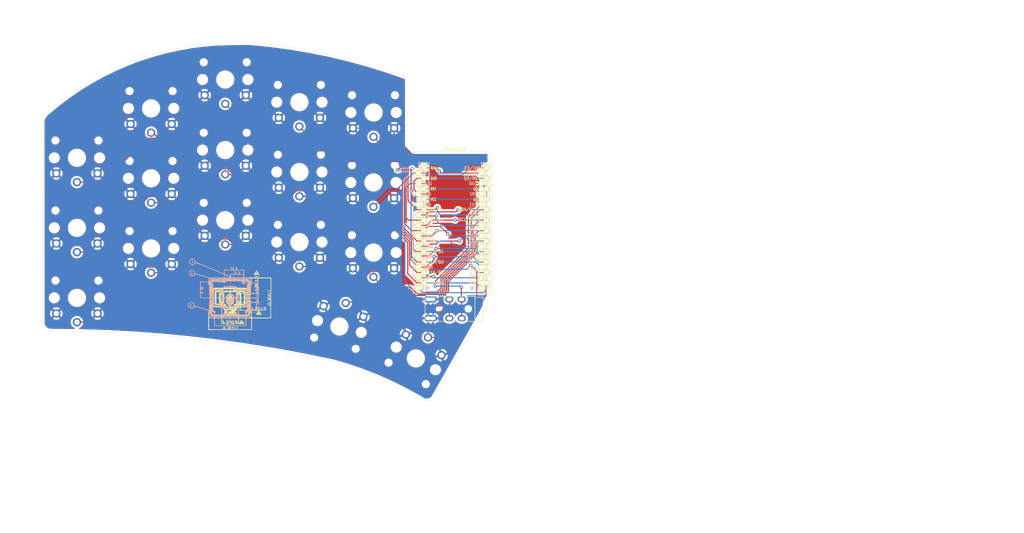
<source format=kicad_pcb>
(kicad_pcb (version 20171130) (host pcbnew "(5.1.10-1-10_14)")
  (layers (0 F.Cu signal) (31 B.Cu signal) (34 B.Paste user) (35 F.Paste user) (36 B.SilkS user) (37 F.SilkS user) (38 B.Mask user) (39 F.Mask user) (44 Edge.Cuts user))
  (net 0 "")
  (net 1 gnd)
  (net 2 vcc)
  (net 3 Switch18)
  (net 4 reset)
  (net 5 Switch1)
  (net 6 Switch2)
  (net 7 Switch3)
  (net 8 Switch4)
  (net 9 Switch5)
  (net 10 Switch6)
  (net 11 Switch7)
  (net 12 Switch8)
  (net 13 Switch9)
  (net 14 Switch10)
  (net 15 Switch11)
  (net 16 Switch12)
  (net 17 Switch13)
  (net 18 Switch14)
  (net 19 Switch15)
  (net 20 Switch16)
  (net 21 Switch17)
  (net 22 raw)
  (module "" (layer F.Cu) (at 113.1 56.1)
    (fp_text reference "" (at 59.13 75.69) (layer F.SilkS) (effects (font (size 1.27 1.27))))
    (fp_text value "" (at 59.13 75.69) (layer F.SilkS) (effects (font (size 1.27 1.27))))
    (fp_text user GND (at -4.5 -10.088) (layer F.SilkS) (effects (font (size 0.75 0.5) (thickness 0.125))))
  )
  (module silkscreens:pg1232_bottom (layer B.Cu) (at 59.16 75.1 180)
    (fp_text reference REF** hide)
    (fp_text value silk_pg1232_bottom hide)
  )
  (module silkscreens:pg1232_top (layer F.Cu) (at 59.21 75.25)
    (fp_text reference REF** hide)
    (fp_text value silk_pg2132_top hide)
  )
  (module Kailh:TRRS-PJ-DPB2 (layer F.Cu) (at 118.618 77.67 270)
    (fp_text reference J2)
    (fp_text value AudioJack4dpb hide)
    (pad R1 thru_hole oval (at -2.33 6.22 90) (size 1.6 2) (drill oval 0.9 1.3) (layers *.Cu *.Mask) (net 3 Switch18))
    (pad R2 thru_hole oval (at -2.33 3.22 90) (size 1.6 2) (drill oval 0.9 1.3) (layers *.Cu *.Mask) (net 2 vcc))
    (pad T thru_hole oval (at -2.33 10.22 90) (size 1.6 2) (drill oval 0.9 1.3) (layers *.Cu *.Mask) (net 1 gnd))
    (pad S thru_hole oval (at 2.27 11.32 90) (size 1.6 2) (drill oval 0.9 1.3) (layers *.Cu *.Mask) (net 1 gnd))
    (pad S thru_hole oval (at -2.3 11.3 270) (size 1.6 2) (drill oval 0.9 1.3) (layers *.Cu *.Mask) (net 1 gnd))
    (pad T thru_hole oval (at 2.3 10.2 270) (size 1.6 2) (drill oval 0.9 1.3) (layers *.Cu *.Mask) (net 1 gnd))
    (pad R2 thru_hole oval (at 2.3 3.2 270) (size 1.6 2) (drill oval 0.9 1.3) (layers *.Cu *.Mask) (net 2 vcc))
    (pad "" np_thru_hole circle (at 0 8.6 270) (size 0.8 0.8) (drill 0.8) (layers *.Cu *.Mask))
    (pad "" np_thru_hole circle (at 0 1.6 270) (size 0.8 0.8) (drill 0.8) (layers *.Cu *.Mask))
    (pad R1 thru_hole oval (at 2.3 6.2 270) (size 1.6 2) (drill oval 0.9 1.3) (layers *.Cu *.Mask) (net 3 Switch18))
  )
  (module Kailh:SW_PG1350_rev_DPB (layer F.Cu) (at 22 41)
    (fp_text reference SW2 hide)
    (fp_text value SW_Push hide)
    (pad "" np_thru_hole circle (at -5.5 0) (size 1.7018 1.7018) (drill 1.7018) (layers *.Cu *.Mask))
    (pad "" np_thru_hole circle (at 5.5 0) (size 1.7018 1.7018) (drill 1.7018) (layers *.Cu *.Mask))
    (pad "" np_thru_hole circle (at 5.22 -4.2) (size 0.9906 0.9906) (drill 0.9906) (layers *.Cu *.Mask))
    (pad 1 thru_hole circle (at 0 5.9) (size 2.032 2.032) (drill 1.27) (layers *.Cu *.Mask) (net 5 Switch1))
    (pad 2 thru_hole circle (at -5 3.8) (size 2.032 2.032) (drill 1.27) (layers *.Cu *.Mask) (net 1 gnd))
    (pad "" np_thru_hole circle (at 0 0) (size 3.429 3.429) (drill 3.429) (layers *.Cu *.Mask))
    (pad 2 thru_hole circle (at 5 3.8) (size 2.032 2.032) (drill 1.27) (layers *.Cu *.Mask) (net 1 gnd))
    (pad "" np_thru_hole circle (at -5.22 -4.2) (size 0.9906 0.9906) (drill 0.9906) (layers *.Cu *.Mask))
  )
  (module Kailh:SW_PG1350_rev_DPB (layer F.Cu) (at 40 29)
    (fp_text reference SW3 hide)
    (fp_text value SW_Push hide)
    (pad "" np_thru_hole circle (at -5.5 0) (size 1.7018 1.7018) (drill 1.7018) (layers *.Cu *.Mask))
    (pad "" np_thru_hole circle (at 5.5 0) (size 1.7018 1.7018) (drill 1.7018) (layers *.Cu *.Mask))
    (pad "" np_thru_hole circle (at 5.22 -4.2) (size 0.9906 0.9906) (drill 0.9906) (layers *.Cu *.Mask))
    (pad 1 thru_hole circle (at 0 5.9) (size 2.032 2.032) (drill 1.27) (layers *.Cu *.Mask) (net 6 Switch2))
    (pad 2 thru_hole circle (at -5 3.8) (size 2.032 2.032) (drill 1.27) (layers *.Cu *.Mask) (net 1 gnd))
    (pad "" np_thru_hole circle (at 0 0) (size 3.429 3.429) (drill 3.429) (layers *.Cu *.Mask))
    (pad 2 thru_hole circle (at 5 3.8) (size 2.032 2.032) (drill 1.27) (layers *.Cu *.Mask) (net 1 gnd))
    (pad "" np_thru_hole circle (at -5.22 -4.2) (size 0.9906 0.9906) (drill 0.9906) (layers *.Cu *.Mask))
  )
  (module Kailh:SW_PG1350_rev_DPB (layer F.Cu) (at 58 22)
    (fp_text reference SW4 hide)
    (fp_text value SW_Push hide)
    (pad "" np_thru_hole circle (at -5.5 0) (size 1.7018 1.7018) (drill 1.7018) (layers *.Cu *.Mask))
    (pad "" np_thru_hole circle (at 5.5 0) (size 1.7018 1.7018) (drill 1.7018) (layers *.Cu *.Mask))
    (pad "" np_thru_hole circle (at 5.22 -4.2) (size 0.9906 0.9906) (drill 0.9906) (layers *.Cu *.Mask))
    (pad 1 thru_hole circle (at 0 5.9) (size 2.032 2.032) (drill 1.27) (layers *.Cu *.Mask) (net 7 Switch3))
    (pad 2 thru_hole circle (at -5 3.8) (size 2.032 2.032) (drill 1.27) (layers *.Cu *.Mask) (net 1 gnd))
    (pad "" np_thru_hole circle (at 0 0) (size 3.429 3.429) (drill 3.429) (layers *.Cu *.Mask))
    (pad 2 thru_hole circle (at 5 3.8) (size 2.032 2.032) (drill 1.27) (layers *.Cu *.Mask) (net 1 gnd))
    (pad "" np_thru_hole circle (at -5.22 -4.2) (size 0.9906 0.9906) (drill 0.9906) (layers *.Cu *.Mask))
  )
  (module Kailh:SW_PG1350_rev_DPB (layer F.Cu) (at 76 27.5)
    (fp_text reference SW5 hide)
    (fp_text value SW_Push hide)
    (pad "" np_thru_hole circle (at -5.5 0) (size 1.7018 1.7018) (drill 1.7018) (layers *.Cu *.Mask))
    (pad "" np_thru_hole circle (at 5.5 0) (size 1.7018 1.7018) (drill 1.7018) (layers *.Cu *.Mask))
    (pad "" np_thru_hole circle (at 5.22 -4.2) (size 0.9906 0.9906) (drill 0.9906) (layers *.Cu *.Mask))
    (pad 1 thru_hole circle (at 0 5.9) (size 2.032 2.032) (drill 1.27) (layers *.Cu *.Mask) (net 8 Switch4))
    (pad 2 thru_hole circle (at -5 3.8) (size 2.032 2.032) (drill 1.27) (layers *.Cu *.Mask) (net 1 gnd))
    (pad "" np_thru_hole circle (at 0 0) (size 3.429 3.429) (drill 3.429) (layers *.Cu *.Mask))
    (pad 2 thru_hole circle (at 5 3.8) (size 2.032 2.032) (drill 1.27) (layers *.Cu *.Mask) (net 1 gnd))
    (pad "" np_thru_hole circle (at -5.22 -4.2) (size 0.9906 0.9906) (drill 0.9906) (layers *.Cu *.Mask))
  )
  (module Kailh:SW_PG1350_rev_DPB (layer F.Cu) (at 94 30)
    (fp_text reference SW6 hide)
    (fp_text value SW_Push hide)
    (pad "" np_thru_hole circle (at -5.5 0) (size 1.7018 1.7018) (drill 1.7018) (layers *.Cu *.Mask))
    (pad "" np_thru_hole circle (at 5.5 0) (size 1.7018 1.7018) (drill 1.7018) (layers *.Cu *.Mask))
    (pad "" np_thru_hole circle (at 5.22 -4.2) (size 0.9906 0.9906) (drill 0.9906) (layers *.Cu *.Mask))
    (pad 1 thru_hole circle (at 0 5.9) (size 2.032 2.032) (drill 1.27) (layers *.Cu *.Mask) (net 9 Switch5))
    (pad 2 thru_hole circle (at -5 3.8) (size 2.032 2.032) (drill 1.27) (layers *.Cu *.Mask) (net 1 gnd))
    (pad "" np_thru_hole circle (at 0 0) (size 3.429 3.429) (drill 3.429) (layers *.Cu *.Mask))
    (pad 2 thru_hole circle (at 5 3.8) (size 2.032 2.032) (drill 1.27) (layers *.Cu *.Mask) (net 1 gnd))
    (pad "" np_thru_hole circle (at -5.22 -4.2) (size 0.9906 0.9906) (drill 0.9906) (layers *.Cu *.Mask))
  )
  (module Kailh:SW_PG1350_rev_DPB (layer F.Cu) (at 22 58)
    (fp_text reference SW8 hide)
    (fp_text value SW_Push hide)
    (pad "" np_thru_hole circle (at -5.5 0) (size 1.7018 1.7018) (drill 1.7018) (layers *.Cu *.Mask))
    (pad "" np_thru_hole circle (at 5.5 0) (size 1.7018 1.7018) (drill 1.7018) (layers *.Cu *.Mask))
    (pad "" np_thru_hole circle (at 5.22 -4.2) (size 0.9906 0.9906) (drill 0.9906) (layers *.Cu *.Mask))
    (pad 1 thru_hole circle (at 0 5.9) (size 2.032 2.032) (drill 1.27) (layers *.Cu *.Mask) (net 10 Switch6))
    (pad 2 thru_hole circle (at -5 3.8) (size 2.032 2.032) (drill 1.27) (layers *.Cu *.Mask) (net 1 gnd))
    (pad "" np_thru_hole circle (at 0 0) (size 3.429 3.429) (drill 3.429) (layers *.Cu *.Mask))
    (pad 2 thru_hole circle (at 5 3.8) (size 2.032 2.032) (drill 1.27) (layers *.Cu *.Mask) (net 1 gnd))
    (pad "" np_thru_hole circle (at -5.22 -4.2) (size 0.9906 0.9906) (drill 0.9906) (layers *.Cu *.Mask))
  )
  (module Kailh:SW_PG1350_rev_DPB (layer F.Cu) (at 40 45.974)
    (fp_text reference SW9 hide)
    (fp_text value SW_Push hide)
    (pad "" np_thru_hole circle (at -5.5 0) (size 1.7018 1.7018) (drill 1.7018) (layers *.Cu *.Mask))
    (pad "" np_thru_hole circle (at 5.5 0) (size 1.7018 1.7018) (drill 1.7018) (layers *.Cu *.Mask))
    (pad "" np_thru_hole circle (at 5.22 -4.2) (size 0.9906 0.9906) (drill 0.9906) (layers *.Cu *.Mask))
    (pad 1 thru_hole circle (at 0 5.9) (size 2.032 2.032) (drill 1.27) (layers *.Cu *.Mask) (net 11 Switch7))
    (pad 2 thru_hole circle (at -5 3.8) (size 2.032 2.032) (drill 1.27) (layers *.Cu *.Mask) (net 1 gnd))
    (pad "" np_thru_hole circle (at 0 0) (size 3.429 3.429) (drill 3.429) (layers *.Cu *.Mask))
    (pad 2 thru_hole circle (at 5 3.8) (size 2.032 2.032) (drill 1.27) (layers *.Cu *.Mask) (net 1 gnd))
    (pad "" np_thru_hole circle (at -5.22 -4.2) (size 0.9906 0.9906) (drill 0.9906) (layers *.Cu *.Mask))
  )
  (module Kailh:SW_PG1350_rev_DPB (layer F.Cu) (at 76 44.45)
    (fp_text reference SW11 hide)
    (fp_text value SW_Push hide)
    (pad "" np_thru_hole circle (at -5.5 0) (size 1.7018 1.7018) (drill 1.7018) (layers *.Cu *.Mask))
    (pad "" np_thru_hole circle (at 5.5 0) (size 1.7018 1.7018) (drill 1.7018) (layers *.Cu *.Mask))
    (pad "" np_thru_hole circle (at 5.22 -4.2) (size 0.9906 0.9906) (drill 0.9906) (layers *.Cu *.Mask))
    (pad 1 thru_hole circle (at 0 5.9) (size 2.032 2.032) (drill 1.27) (layers *.Cu *.Mask) (net 13 Switch9))
    (pad 2 thru_hole circle (at -5 3.8) (size 2.032 2.032) (drill 1.27) (layers *.Cu *.Mask) (net 1 gnd))
    (pad "" np_thru_hole circle (at 0 0) (size 3.429 3.429) (drill 3.429) (layers *.Cu *.Mask))
    (pad 2 thru_hole circle (at 5 3.8) (size 2.032 2.032) (drill 1.27) (layers *.Cu *.Mask) (net 1 gnd))
    (pad "" np_thru_hole circle (at -5.22 -4.2) (size 0.9906 0.9906) (drill 0.9906) (layers *.Cu *.Mask))
  )
  (module Kailh:SW_PG1350_rev_DPB (layer F.Cu) (at 93.98 46.99)
    (fp_text reference SW12 hide)
    (fp_text value SW_Push hide)
    (pad "" np_thru_hole circle (at -5.5 0) (size 1.7018 1.7018) (drill 1.7018) (layers *.Cu *.Mask))
    (pad "" np_thru_hole circle (at 5.5 0) (size 1.7018 1.7018) (drill 1.7018) (layers *.Cu *.Mask))
    (pad "" np_thru_hole circle (at 5.22 -4.2) (size 0.9906 0.9906) (drill 0.9906) (layers *.Cu *.Mask))
    (pad 1 thru_hole circle (at 0 5.9) (size 2.032 2.032) (drill 1.27) (layers *.Cu *.Mask) (net 14 Switch10))
    (pad 2 thru_hole circle (at -5 3.8) (size 2.032 2.032) (drill 1.27) (layers *.Cu *.Mask) (net 1 gnd))
    (pad "" np_thru_hole circle (at 0 0) (size 3.429 3.429) (drill 3.429) (layers *.Cu *.Mask))
    (pad 2 thru_hole circle (at 5 3.8) (size 2.032 2.032) (drill 1.27) (layers *.Cu *.Mask) (net 1 gnd))
    (pad "" np_thru_hole circle (at -5.22 -4.2) (size 0.9906 0.9906) (drill 0.9906) (layers *.Cu *.Mask))
  )
  (module Kailh:SW_PG1350_rev_DPB (layer F.Cu) (at 22 75)
    (fp_text reference SW14 hide)
    (fp_text value SW_Push hide)
    (pad "" np_thru_hole circle (at -5.5 0) (size 1.7018 1.7018) (drill 1.7018) (layers *.Cu *.Mask))
    (pad "" np_thru_hole circle (at 5.5 0) (size 1.7018 1.7018) (drill 1.7018) (layers *.Cu *.Mask))
    (pad "" np_thru_hole circle (at 5.22 -4.2) (size 0.9906 0.9906) (drill 0.9906) (layers *.Cu *.Mask))
    (pad 1 thru_hole circle (at 0 5.9) (size 2.032 2.032) (drill 1.27) (layers *.Cu *.Mask) (net 15 Switch11))
    (pad 2 thru_hole circle (at -5 3.8) (size 2.032 2.032) (drill 1.27) (layers *.Cu *.Mask) (net 1 gnd))
    (pad "" np_thru_hole circle (at 0 0) (size 3.429 3.429) (drill 3.429) (layers *.Cu *.Mask))
    (pad 2 thru_hole circle (at 5 3.8) (size 2.032 2.032) (drill 1.27) (layers *.Cu *.Mask) (net 1 gnd))
    (pad "" np_thru_hole circle (at -5.22 -4.2) (size 0.9906 0.9906) (drill 0.9906) (layers *.Cu *.Mask))
  )
  (module Kailh:SW_PG1350_rev_DPB (layer F.Cu) (at 40 62.992)
    (fp_text reference SW15 hide)
    (fp_text value SW_Push hide)
    (pad "" np_thru_hole circle (at -5.5 0) (size 1.7018 1.7018) (drill 1.7018) (layers *.Cu *.Mask))
    (pad "" np_thru_hole circle (at 5.5 0) (size 1.7018 1.7018) (drill 1.7018) (layers *.Cu *.Mask))
    (pad "" np_thru_hole circle (at 5.22 -4.2) (size 0.9906 0.9906) (drill 0.9906) (layers *.Cu *.Mask))
    (pad 1 thru_hole circle (at 0 5.9) (size 2.032 2.032) (drill 1.27) (layers *.Cu *.Mask) (net 16 Switch12))
    (pad 2 thru_hole circle (at -5 3.8) (size 2.032 2.032) (drill 1.27) (layers *.Cu *.Mask) (net 1 gnd))
    (pad "" np_thru_hole circle (at 0 0) (size 3.429 3.429) (drill 3.429) (layers *.Cu *.Mask))
    (pad 2 thru_hole circle (at 5 3.8) (size 2.032 2.032) (drill 1.27) (layers *.Cu *.Mask) (net 1 gnd))
    (pad "" np_thru_hole circle (at -5.22 -4.2) (size 0.9906 0.9906) (drill 0.9906) (layers *.Cu *.Mask))
  )
  (module Kailh:SW_PG1350_rev_DPB (layer F.Cu) (at 58 56.134)
    (fp_text reference SW16 hide)
    (fp_text value SW_Push hide)
    (pad "" np_thru_hole circle (at -5.5 0) (size 1.7018 1.7018) (drill 1.7018) (layers *.Cu *.Mask))
    (pad "" np_thru_hole circle (at 5.5 0) (size 1.7018 1.7018) (drill 1.7018) (layers *.Cu *.Mask))
    (pad "" np_thru_hole circle (at 5.22 -4.2) (size 0.9906 0.9906) (drill 0.9906) (layers *.Cu *.Mask))
    (pad 1 thru_hole circle (at 0 5.9) (size 2.032 2.032) (drill 1.27) (layers *.Cu *.Mask) (net 17 Switch13))
    (pad 2 thru_hole circle (at -5 3.8) (size 2.032 2.032) (drill 1.27) (layers *.Cu *.Mask) (net 1 gnd))
    (pad "" np_thru_hole circle (at 0 0) (size 3.429 3.429) (drill 3.429) (layers *.Cu *.Mask))
    (pad 2 thru_hole circle (at 5 3.8) (size 2.032 2.032) (drill 1.27) (layers *.Cu *.Mask) (net 1 gnd))
    (pad "" np_thru_hole circle (at -5.22 -4.2) (size 0.9906 0.9906) (drill 0.9906) (layers *.Cu *.Mask))
  )
  (module Kailh:SW_PG1350_rev_DPB (layer F.Cu) (at 76 61.468)
    (fp_text reference SW17 hide)
    (fp_text value SW_Push hide)
    (pad "" np_thru_hole circle (at -5.5 0) (size 1.7018 1.7018) (drill 1.7018) (layers *.Cu *.Mask))
    (pad "" np_thru_hole circle (at 5.5 0) (size 1.7018 1.7018) (drill 1.7018) (layers *.Cu *.Mask))
    (pad "" np_thru_hole circle (at 5.22 -4.2) (size 0.9906 0.9906) (drill 0.9906) (layers *.Cu *.Mask))
    (pad 1 thru_hole circle (at 0 5.9) (size 2.032 2.032) (drill 1.27) (layers *.Cu *.Mask) (net 18 Switch14))
    (pad 2 thru_hole circle (at -5 3.8) (size 2.032 2.032) (drill 1.27) (layers *.Cu *.Mask) (net 1 gnd))
    (pad "" np_thru_hole circle (at 0 0) (size 3.429 3.429) (drill 3.429) (layers *.Cu *.Mask))
    (pad 2 thru_hole circle (at 5 3.8) (size 2.032 2.032) (drill 1.27) (layers *.Cu *.Mask) (net 1 gnd))
    (pad "" np_thru_hole circle (at -5.22 -4.2) (size 0.9906 0.9906) (drill 0.9906) (layers *.Cu *.Mask))
  )
  (module Kailh:SW_PG1350_rev_DPB (layer F.Cu) (at 104.276 89.7 150)
    (fp_text reference SW20 hide)
    (fp_text value SW_Push hide)
    (pad "" np_thru_hole circle (at -5.5 0 150) (size 1.7018 1.7018) (drill 1.7018) (layers *.Cu *.Mask))
    (pad "" np_thru_hole circle (at 5.5 0 150) (size 1.7018 1.7018) (drill 1.7018) (layers *.Cu *.Mask))
    (pad "" np_thru_hole circle (at 5.22 -4.2 150) (size 0.9906 0.9906) (drill 0.9906) (layers *.Cu *.Mask))
    (pad 1 thru_hole circle (at 0 5.9 150) (size 2.032 2.032) (drill 1.27) (layers *.Cu *.Mask) (net 21 Switch17))
    (pad 2 thru_hole circle (at -5 3.8 150) (size 2.032 2.032) (drill 1.27) (layers *.Cu *.Mask) (net 1 gnd))
    (pad "" np_thru_hole circle (at 0 0 150) (size 3.429 3.429) (drill 3.429) (layers *.Cu *.Mask))
    (pad 2 thru_hole circle (at 5 3.8 150) (size 2.032 2.032) (drill 1.27) (layers *.Cu *.Mask) (net 1 gnd))
    (pad "" np_thru_hole circle (at -5.22 -4.2 150) (size 0.9906 0.9906) (drill 0.9906) (layers *.Cu *.Mask))
  )
  (module Kailh:SW_PG1350_rev_DPB (layer F.Cu) (at 85.716 81.95 165)
    (fp_text reference SW21 hide)
    (fp_text value SW_Push hide)
    (pad "" np_thru_hole circle (at -5.5 0 165) (size 1.7018 1.7018) (drill 1.7018) (layers *.Cu *.Mask))
    (pad "" np_thru_hole circle (at 5.5 0 165) (size 1.7018 1.7018) (drill 1.7018) (layers *.Cu *.Mask))
    (pad "" np_thru_hole circle (at 5.22 -4.2 165) (size 0.9906 0.9906) (drill 0.9906) (layers *.Cu *.Mask))
    (pad 1 thru_hole circle (at 0 5.9 165) (size 2.032 2.032) (drill 1.27) (layers *.Cu *.Mask) (net 20 Switch16))
    (pad 2 thru_hole circle (at -5 3.8 165) (size 2.032 2.032) (drill 1.27) (layers *.Cu *.Mask) (net 1 gnd))
    (pad "" np_thru_hole circle (at 0 0 165) (size 3.429 3.429) (drill 3.429) (layers *.Cu *.Mask))
    (pad 2 thru_hole circle (at 5 3.8 165) (size 2.032 2.032) (drill 1.27) (layers *.Cu *.Mask) (net 1 gnd))
    (pad "" np_thru_hole circle (at -5.22 -4.2 165) (size 0.9906 0.9906) (drill 0.9906) (layers *.Cu *.Mask))
  )
  (module Kailh:SW_PG1350_rev_DPB (layer F.Cu) (at 93.98 64.008)
    (fp_text reference SW18 hide)
    (fp_text value SW_Push hide)
    (pad "" np_thru_hole circle (at -5.5 0) (size 1.7018 1.7018) (drill 1.7018) (layers *.Cu *.Mask))
    (pad "" np_thru_hole circle (at 5.5 0) (size 1.7018 1.7018) (drill 1.7018) (layers *.Cu *.Mask))
    (pad "" np_thru_hole circle (at 5.22 -4.2) (size 0.9906 0.9906) (drill 0.9906) (layers *.Cu *.Mask))
    (pad 1 thru_hole circle (at 0 5.9) (size 2.032 2.032) (drill 1.27) (layers *.Cu *.Mask) (net 19 Switch15))
    (pad 2 thru_hole circle (at -5 3.8) (size 2.032 2.032) (drill 1.27) (layers *.Cu *.Mask) (net 1 gnd))
    (pad "" np_thru_hole circle (at 0 0) (size 3.429 3.429) (drill 3.429) (layers *.Cu *.Mask))
    (pad 2 thru_hole circle (at 5 3.8) (size 2.032 2.032) (drill 1.27) (layers *.Cu *.Mask) (net 1 gnd))
    (pad "" np_thru_hole circle (at -5.22 -4.2) (size 0.9906 0.9906) (drill 0.9906) (layers *.Cu *.Mask))
  )
  (module kbd:ProMicro_v2 (layer F.Cu) (at 113.792 57.912)
    (fp_text reference U1 hide)
    (fp_text value ProMicro-kbd hide)
    (fp_text user MicroUSB (at -0.05 -18.95) (layer F.SilkS) (effects (font (size 0.75 0.75) (thickness 0.12))))
    (fp_text user B4/8 (at 4.705 10.8 unlocked) (layer F.SilkS) (effects (font (size 0.75 0.67) (thickness 0.125))))
    (fp_text user D2/RX1 (at 4.155 -11.9 unlocked) (layer F.SilkS) (effects (font (size 0.75 0.67) (thickness 0.125))))
    (fp_text user B5/9 (at 4.705 13.3 unlocked) (layer F.SilkS) (effects (font (size 0.75 0.67) (thickness 0.125))))
    (fp_text user C6/5 (at 4.705 3.15 unlocked) (layer F.SilkS) (effects (font (size 0.75 0.67) (thickness 0.125))))
    (fp_text user SCL/D0/3 (at 3.455 -1.9 unlocked) (layer F.SilkS) (effects (font (size 0.75 0.67) (thickness 0.125))))
    (fp_text user SDA/D1/2 (at 3.455 -4.4 unlocked) (layer F.SilkS) (effects (font (size 0.75 0.67) (thickness 0.125))))
    (fp_text user D4/4 (at 4.705 0.6 unlocked) (layer F.SilkS) (effects (font (size 0.75 0.67) (thickness 0.125))))
    (fp_text user D3/TX0 (at 4.155 -14.45 unlocked) (layer F.SilkS) (effects (font (size 0.75 0.67) (thickness 0.125))))
    (fp_text user D7/6 (at 4.705 5.7 unlocked) (layer F.SilkS) (effects (font (size 0.75 0.67) (thickness 0.125))))
    (fp_text user E6/7 (at 4.705 8.25 unlocked) (layer F.SilkS) (effects (font (size 0.75 0.67) (thickness 0.125))))
    (fp_text user 16/B2 (at -4.395 10.95 unlocked) (layer F.SilkS) (effects (font (size 0.75 0.67) (thickness 0.125))))
    (fp_text user 10/B6 (at -4.395 13.45 unlocked) (layer F.SilkS) (effects (font (size 0.75 0.67) (thickness 0.125))))
    (fp_text user 14/B3 (at -4.395 8.4 unlocked) (layer F.SilkS) (effects (font (size 0.75 0.67) (thickness 0.125))))
    (fp_text user 15/B1 (at -4.395 5.85 unlocked) (layer F.SilkS) (effects (font (size 0.75 0.67) (thickness 0.125))))
    (fp_text user A0/F7 (at -4.395 3.3 unlocked) (layer F.SilkS) (effects (font (size 0.75 0.67) (thickness 0.125))))
    (fp_text user A1/F6 (at -4.395 0.75 unlocked) (layer F.SilkS) (effects (font (size 0.75 0.67) (thickness 0.125))))
    (fp_text user A2/F5 (at -4.395 -1.75 unlocked) (layer F.SilkS) (effects (font (size 0.75 0.67) (thickness 0.125))))
    (fp_text user A3/F4 (at -4.395 -4.25 unlocked) (layer F.SilkS) (effects (font (size 0.75 0.67) (thickness 0.125))))
    (fp_text user "" (at -0.5 -17.25) (layer F.SilkS))
    (fp_text user "" (at -1.2065 -16.256) (layer B.SilkS) (effects (justify mirror)))
    (fp_text user RAW (at -5.192 -14.412) (layer F.SilkS) (effects (font (size 0.75 0.5) (thickness 0.125))))
    (fp_text user RST (at -5.292 -9.312) (layer F.SilkS) (effects (font (size 0.75 0.5) (thickness 0.125))))
    (fp_text user GND (at 5.208 -9.3345) (layer F.SilkS) (effects (font (size 0.75 0.5) (thickness 0.125))))
    (fp_text user VCC (at -5.192 -6.812) (layer F.SilkS) (effects (font (size 0.75 0.5) (thickness 0.125))))
    (fp_text user GND (at 5.208 -6.7945) (layer F.SilkS) (effects (font (size 0.75 0.5) (thickness 0.125))))
    (fp_text user ROW1 (at -6.392 4.6) (layer B.SilkS) (effects (font (size 0.75 0.5) (thickness 0.125)) (justify mirror)))
    (fp_text user COL4 (at 3.95 7.112) (layer B.SilkS) (effects (font (size 0.75 0.5) (thickness 0.125)) (justify mirror)))
    (fp_text user ROW2 (at -6.392 7.112) (layer B.SilkS) (effects (font (size 0.75 0.5) (thickness 0.125)) (justify mirror)))
    (fp_text user COL5 (at 4 9.75) (layer B.SilkS) (effects (font (size 0.75 0.5) (thickness 0.125)) (justify mirror)))
    (fp_text user ROW3 (at -6.392 9.75) (layer B.SilkS) (effects (font (size 0.75 0.5) (thickness 0.125)) (justify mirror)))
    (fp_text user B2 (at 4.208 12.1285) (layer B.SilkS) (effects (font (size 0.75 0.5) (thickness 0.125)) (justify mirror)))
    (fp_text user B4 (at -6.792 12.2555) (layer B.SilkS) (effects (font (size 0.75 0.5) (thickness 0.125)) (justify mirror)))
    (fp_text user B5 (at -6.792 14.7955) (layer B.SilkS) (effects (font (size 0.75 0.5) (thickness 0.125)) (justify mirror)))
    (fp_text user B6 (at 4.208 14.732) (layer B.SilkS) (effects (font (size 0.75 0.5) (thickness 0.125)) (justify mirror)))
    (fp_text user COL0 (at 4 -2.95) (layer B.SilkS) (effects (font (size 0.75 0.5) (thickness 0.125)) (justify mirror)))
    (fp_text user SDA (at -6.592 -2.95) (layer B.SilkS) (effects (font (size 0.75 0.5) (thickness 0.125)) (justify mirror)))
    (fp_text user COL1 (at 4 -0.4445) (layer B.SilkS) (effects (font (size 0.75 0.5) (thickness 0.125)) (justify mirror)))
    (fp_text user SCL (at -6.592 -0.4445) (layer B.SilkS) (effects (font (size 0.75 0.5) (thickness 0.125)) (justify mirror)))
    (fp_text user COL2 (at 4 2.1) (layer B.SilkS) (effects (font (size 0.75 0.5) (thickness 0.125)) (justify mirror)))
    (fp_text user ROW0 (at -6.292 2.1) (layer B.SilkS) (effects (font (size 0.75 0.5) (thickness 0.125)) (justify mirror)))
    (fp_text user COL3 (at 4 4.6) (layer B.SilkS) (effects (font (size 0.75 0.5) (thickness 0.125)) (justify mirror)))
    (fp_text user GND (at -6.592 -5.5245) (layer B.SilkS) (effects (font (size 0.75 0.5) (thickness 0.125)) (justify mirror)))
    (fp_text user VCC (at 4.1275 -5.5245) (layer B.SilkS) (effects (font (size 0.75 0.5) (thickness 0.125)) (justify mirror)))
    (fp_text user GND (at -6.592 -8.0645) (layer B.SilkS) (effects (font (size 0.75 0.5) (thickness 0.125)) (justify mirror)))
    (fp_text user RST (at 4.191 -8.0645) (layer B.SilkS) (effects (font (size 0.75 0.5) (thickness 0.125)) (justify mirror)))
    (fp_text user DATA (at -6.492 -10.668) (layer B.SilkS) (effects (font (size 0.75 0.5) (thickness 0.125)) (justify mirror)))
    (fp_text user GND (at 4.1275 -10.668) (layer B.SilkS) (effects (font (size 0.75 0.5) (thickness 0.125)) (justify mirror)))
    (fp_text user LED (at -6.692 -13.1445) (layer B.SilkS) (effects (font (size 0.75 0.5) (thickness 0.125)) (justify mirror)))
    (fp_text user RAW (at 4.191 -13.1445) (layer B.SilkS) (effects (font (size 0.75 0.5) (thickness 0.125)) (justify mirror)))
    (pad 24 thru_hole circle (at 6.35 -13.208) (size 1.524 1.524) (drill 0.8128) (layers *.Cu *.Mask F.SilkS) (net 22 raw))
    (pad 23 thru_hole circle (at 6.35 -10.668) (size 1.524 1.524) (drill 0.8128) (layers *.Cu *.Mask F.SilkS) (net 1 gnd))
    (pad 22 thru_hole circle (at 6.35 -8.128) (size 1.524 1.524) (drill 0.8128) (layers *.Cu *.Mask F.SilkS) (net 4 reset))
    (pad 21 thru_hole circle (at 6.35 -5.588) (size 1.524 1.524) (drill 0.8128) (layers *.Cu *.Mask F.SilkS) (net 2 vcc))
    (pad 20 thru_hole circle (at 6.35 -3.048) (size 1.524 1.524) (drill 0.8128) (layers *.Cu *.Mask F.SilkS) (net 9 Switch5))
    (pad 19 thru_hole circle (at 6.35 -0.508) (size 1.524 1.524) (drill 0.8128) (layers *.Cu *.Mask F.SilkS) (net 8 Switch4))
    (pad 18 thru_hole circle (at 6.35 2.032) (size 1.524 1.524) (drill 0.8128) (layers *.Cu *.Mask F.SilkS) (net 7 Switch3))
    (pad 17 thru_hole circle (at 6.35 4.572) (size 1.524 1.524) (drill 0.8128) (layers *.Cu *.Mask F.SilkS) (net 6 Switch2))
    (pad 16 thru_hole circle (at 6.35 7.112) (size 1.524 1.524) (drill 0.8128) (layers *.Cu *.Mask F.SilkS) (net 10 Switch6))
    (pad 15 thru_hole circle (at 6.35 9.652) (size 1.524 1.524) (drill 0.8128) (layers *.Cu *.Mask F.SilkS) (net 11 Switch7))
    (pad 14 thru_hole circle (at 6.35 12.192) (size 1.524 1.524) (drill 0.8128) (layers *.Cu *.Mask F.SilkS) (net 12 Switch8))
    (pad 13 thru_hole circle (at 6.35 14.732) (size 1.524 1.524) (drill 0.8128) (layers *.Cu *.Mask F.SilkS) (net 13 Switch9))
    (pad 12 thru_hole circle (at -8.89 14.732) (size 1.524 1.524) (drill 0.8128) (layers *.Cu *.Mask F.SilkS) (net 21 Switch17))
    (pad 11 thru_hole circle (at -8.89 12.192) (size 1.524 1.524) (drill 0.8128) (layers *.Cu *.Mask F.SilkS) (net 20 Switch16))
    (pad 10 thru_hole circle (at -8.89 9.652) (size 1.524 1.524) (drill 0.8128) (layers *.Cu *.Mask F.SilkS) (net 5 Switch1))
    (pad 9 thru_hole circle (at -8.89 7.112) (size 1.524 1.524) (drill 0.8128) (layers *.Cu *.Mask F.SilkS) (net 19 Switch15))
    (pad 8 thru_hole circle (at -8.89 4.572) (size 1.524 1.524) (drill 0.8128) (layers *.Cu *.Mask F.SilkS) (net 18 Switch14))
    (pad 7 thru_hole circle (at -8.89 2.032) (size 1.524 1.524) (drill 0.8128) (layers *.Cu *.Mask F.SilkS) (net 17 Switch13))
    (pad 6 thru_hole circle (at -8.89 -0.508) (size 1.524 1.524) (drill 0.8128) (layers *.Cu *.Mask F.SilkS) (net 16 Switch12))
    (pad 5 thru_hole circle (at -8.89 -3.048) (size 1.524 1.524) (drill 0.8128) (layers *.Cu *.Mask F.SilkS) (net 15 Switch11))
    (pad 4 thru_hole circle (at -8.89 -5.588) (size 1.524 1.524) (drill 0.8128) (layers *.Cu *.Mask F.SilkS) (net 1 gnd))
    (pad 3 thru_hole circle (at -8.89 -8.128) (size 1.524 1.524) (drill 0.8128) (layers *.Cu *.Mask F.SilkS) (net 1 gnd))
    (pad 2 thru_hole circle (at -8.89 -10.668) (size 1.524 1.524) (drill 0.8128) (layers *.Cu *.Mask F.SilkS) (net 3 Switch18))
    (pad 1 thru_hole circle (at -8.89 -13.208) (size 1.524 1.524) (drill 0.8128) (layers *.Cu *.Mask F.SilkS) (net 14 Switch10))
    (pad 1 thru_hole circle (at 7.6564 -14.478) (size 1.524 1.524) (drill 0.8128) (layers *.Cu *.Mask F.SilkS) (net 14 Switch10))
    (pad 2 thru_hole circle (at 7.6564 -11.938) (size 1.524 1.524) (drill 0.8128) (layers *.Cu *.Mask F.SilkS) (net 3 Switch18))
    (pad 3 thru_hole circle (at 7.6564 -9.398) (size 1.524 1.524) (drill 0.8128) (layers *.Cu *.Mask F.SilkS) (net 1 gnd))
    (pad 4 thru_hole circle (at 7.6564 -6.858) (size 1.524 1.524) (drill 0.8128) (layers *.Cu *.Mask F.SilkS) (net 1 gnd))
    (pad 5 thru_hole circle (at 7.6564 -4.318) (size 1.524 1.524) (drill 0.8128) (layers *.Cu *.Mask F.SilkS) (net 15 Switch11))
    (pad 6 thru_hole circle (at 7.6564 -1.778) (size 1.524 1.524) (drill 0.8128) (layers *.Cu *.Mask F.SilkS) (net 16 Switch12))
    (pad 7 thru_hole circle (at 7.6564 0.762) (size 1.524 1.524) (drill 0.8128) (layers *.Cu *.Mask F.SilkS) (net 17 Switch13))
    (pad 8 thru_hole circle (at 7.6564 3.302) (size 1.524 1.524) (drill 0.8128) (layers *.Cu *.Mask F.SilkS) (net 18 Switch14))
    (pad 9 thru_hole circle (at 7.6564 5.842) (size 1.524 1.524) (drill 0.8128) (layers *.Cu *.Mask F.SilkS) (net 19 Switch15))
    (pad 10 thru_hole circle (at 7.6564 8.382) (size 1.524 1.524) (drill 0.8128) (layers *.Cu *.Mask F.SilkS) (net 5 Switch1))
    (pad 11 thru_hole circle (at 7.6564 10.922) (size 1.524 1.524) (drill 0.8128) (layers *.Cu *.Mask F.SilkS) (net 20 Switch16))
    (pad 12 thru_hole circle (at 7.6564 13.462) (size 1.524 1.524) (drill 0.8128) (layers *.Cu *.Mask F.SilkS) (net 21 Switch17))
    (pad 13 thru_hole circle (at -7.5636 13.462) (size 1.524 1.524) (drill 0.8128) (layers *.Cu *.Mask F.SilkS) (net 13 Switch9))
    (pad 14 thru_hole circle (at -7.5636 10.922) (size 1.524 1.524) (drill 0.8128) (layers *.Cu *.Mask F.SilkS) (net 12 Switch8))
    (pad 15 thru_hole circle (at -7.5636 8.382) (size 1.524 1.524) (drill 0.8128) (layers *.Cu *.Mask F.SilkS) (net 11 Switch7))
    (pad 16 thru_hole circle (at -7.5636 5.842) (size 1.524 1.524) (drill 0.8128) (layers *.Cu *.Mask F.SilkS) (net 10 Switch6))
    (pad 17 thru_hole circle (at -7.5636 3.302) (size 1.524 1.524) (drill 0.8128) (layers *.Cu *.Mask F.SilkS) (net 6 Switch2))
    (pad 18 thru_hole circle (at -7.5636 0.762) (size 1.524 1.524) (drill 0.8128) (layers *.Cu *.Mask F.SilkS) (net 7 Switch3))
    (pad 19 thru_hole circle (at -7.5636 -1.778) (size 1.524 1.524) (drill 0.8128) (layers *.Cu *.Mask F.SilkS) (net 8 Switch4))
    (pad 20 thru_hole circle (at -7.5636 -4.318) (size 1.524 1.524) (drill 0.8128) (layers *.Cu *.Mask F.SilkS) (net 9 Switch5))
    (pad 21 thru_hole circle (at -7.5636 -6.858) (size 1.524 1.524) (drill 0.8128) (layers *.Cu *.Mask F.SilkS) (net 2 vcc))
    (pad 22 thru_hole circle (at -7.5636 -9.398) (size 1.524 1.524) (drill 0.8128) (layers *.Cu *.Mask F.SilkS) (net 4 reset))
    (pad 23 thru_hole circle (at -7.5636 -11.938) (size 1.524 1.524) (drill 0.8128) (layers *.Cu *.Mask F.SilkS) (net 1 gnd))
    (pad 24 thru_hole circle (at -7.5636 -14.478) (size 1.524 1.524) (drill 0.8128) (layers *.Cu *.Mask F.SilkS) (net 22 raw))
  )
  (module Kailh:SW_PG1350_rev_DPB (layer F.Cu) (at 58 39.116)
    (fp_text reference SW10 hide)
    (fp_text value SW_Push hide)
    (pad "" np_thru_hole circle (at -5.5 0) (size 1.7018 1.7018) (drill 1.7018) (layers *.Cu *.Mask))
    (pad "" np_thru_hole circle (at 5.5 0) (size 1.7018 1.7018) (drill 1.7018) (layers *.Cu *.Mask))
    (pad "" np_thru_hole circle (at 5.22 -4.2) (size 0.9906 0.9906) (drill 0.9906) (layers *.Cu *.Mask))
    (pad 1 thru_hole circle (at 0 5.9) (size 2.032 2.032) (drill 1.27) (layers *.Cu *.Mask) (net 12 Switch8))
    (pad 2 thru_hole circle (at -5 3.8) (size 2.032 2.032) (drill 1.27) (layers *.Cu *.Mask) (net 1 gnd))
    (pad "" np_thru_hole circle (at 0 0) (size 3.429 3.429) (drill 3.429) (layers *.Cu *.Mask))
    (pad 2 thru_hole circle (at 5 3.8) (size 2.032 2.032) (drill 1.27) (layers *.Cu *.Mask) (net 1 gnd))
    (pad "" np_thru_hole circle (at -5.22 -4.2) (size 0.9906 0.9906) (drill 0.9906) (layers *.Cu *.Mask))
  )
  (gr_line (start 122.174 64.77) (end 122.142696 70.90785) (layer Edge.Cuts) (width 0.05))
  (gr_line (start 122.162 57.404) (end 122.174 64.77) (layer Edge.Cuts) (width 0.05))
  (gr_line (start 64.211777 13.120679) (end 60.010389 13.126139) (layer Edge.Cuts) (width 0.05))
  (gr_arc (start 105.368844 70.777901) (end 120.396 78.232) (angle -25.93946986) (layer Edge.Cuts) (width 0.05))
  (gr_line (start 120.396 78.232) (end 108.59 99.069265) (layer Edge.Cuts) (width 0.05))
  (gr_arc (start 60.010389 81.856139) (end 60.010389 13.126139) (angle -40.87028694) (layer Edge.Cuts) (width 0.05))
  (gr_line (start 104.177002 39.534917) (end 121.412 39.532) (layer Edge.Cuts) (width 0.05))
  (gr_line (start 102.142001 37.603999) (end 102.142045 22.057419) (layer Edge.Cuts) (width 0.05))
  (gr_line (start 122.162 40.282) (end 122.162 57.404) (layer Edge.Cuts) (width 0.05))
  (gr_arc (start 15.628253 81.018608) (end 13.650254 81.165024) (angle -87.49275882) (layer Edge.Cuts) (width 0.05))
  (gr_arc (start 15.109962 406.957453) (end 84.329134 90.481946) (angle -12.23515303) (layer Edge.Cuts) (width 0.05))
  (gr_arc (start 106.928 98.018) (end 105.858 99.668) (angle -90.64821197) (layer Edge.Cuts) (width 0.05))
  (gr_arc (start 52.264442 156.650303) (end 101.70729 21.376889) (angle -15.31921041) (layer Edge.Cuts) (width 0.05))
  (gr_arc (start 104.142 37.534) (end 102.142001 37.603999) (angle -88.99765458) (layer Edge.Cuts) (width 0.05))
  (gr_arc (start 17.482 33.128) (end 15.037 29.883) (angle -35.36225308) (layer Edge.Cuts) (width 0.05))
  (gr_arc (start 61.542 173.708) (end 105.858 99.668) (angle -15.59005573) (layer Edge.Cuts) (width 0.05))
  (gr_arc (start 101.392045 22.057419) (end 102.142045 22.057419) (angle -65.14479855) (layer Edge.Cuts) (width 0.05))
  (gr_line (start 13.610055 31.896702) (end 13.650254 81.165024) (layer Edge.Cuts) (width 0.05))
  (gr_arc (start 121.412 40.282) (end 122.162 40.282) (angle -90) (layer Edge.Cuts) (width 0.05))
  (segment (start 107.348 75.14) (end 107.318 75.17) (width 0.25) (layer F.Cu) (net 1))
  (segment (start 95.303159 33.8) (end 89 33.8) (width 0.25) (layer B.Cu) (net 1))
  (segment (start 103.921159 42.418) (end 95.303159 33.8) (width 0.25) (layer B.Cu) (net 1))
  (segment (start 108.398 79.95) (end 108.418 79.97) (width 0.25) (layer B.Cu) (net 1))
  (segment (start 108.388 79.94) (end 108.418 79.97) (width 0.25) (layer B.Cu) (net 1))
  (segment (start 104.648 42.418) (end 106.172 40.894) (width 0.25) (layer B.Cu) (net 1))
  (segment (start 103.921159 42.418) (end 104.648 42.418) (width 0.25) (layer B.Cu) (net 1))
  (segment (start 103.814999 48.696999) (end 104.902 49.784) (width 0.25) (layer F.Cu) (net 1))
  (segment (start 103.814999 46.722239) (end 103.814999 48.696999) (width 0.25) (layer F.Cu) (net 1))
  (segment (start 104.563238 45.974) (end 103.814999 46.722239) (width 0.25) (layer F.Cu) (net 1))
  (segment (start 106.2284 45.974) (end 104.563238 45.974) (width 0.25) (layer F.Cu) (net 1))
  (segment (start 99 35.72522) (end 104.42278 41.148) (width 0.25) (layer F.Cu) (net 1))
  (segment (start 99 33.8) (end 99 35.72522) (width 0.25) (layer F.Cu) (net 1))
  (segment (start 105.918 41.148) (end 106.172 40.894) (width 0.25) (layer F.Cu) (net 1))
  (segment (start 104.42278 41.148) (end 105.918 41.148) (width 0.25) (layer F.Cu) (net 1))
  (segment (start 106.172 40.894) (end 108.966 43.688) (width 0.25) (layer F.Cu) (net 1))
  (segment (start 111.956998 47.244) (end 120.142 47.244) (width 0.25) (layer F.Cu) (net 1))
  (segment (start 108.966 44.253002) (end 111.956998 47.244) (width 0.25) (layer F.Cu) (net 1))
  (segment (start 108.966 43.688) (end 108.966 44.253002) (width 0.25) (layer F.Cu) (net 1))
  (segment (start 120.1784 47.244) (end 121.4484 48.514) (width 0.25) (layer F.Cu) (net 1))
  (segment (start 120.142 47.244) (end 120.1784 47.244) (width 0.25) (layer F.Cu) (net 1))
  (segment (start 109.416998 49.784) (end 104.902 49.784) (width 0.25) (layer F.Cu) (net 1))
  (segment (start 111.956998 47.244) (end 109.416998 49.784) (width 0.25) (layer F.Cu) (net 1))
  (segment (start 121.4484 48.514) (end 121.4484 51.054) (width 0.25) (layer B.Cu) (net 1))
  (segment (start 115.398 79.95) (end 115.418 79.97) (width 0.25) (layer B.Cu) (net 2))
  (segment (start 118.872 51.054) (end 120.142 52.324) (width 0.25) (layer B.Cu) (net 2))
  (segment (start 106.2284 51.054) (end 118.872 51.054) (width 0.25) (layer B.Cu) (net 2))
  (segment (start 117.03601 62.92158) (end 108.966 70.99159) (width 0.25) (layer F.Cu) (net 2))
  (segment (start 117.03601 55.42999) (end 117.03601 62.92158) (width 0.25) (layer F.Cu) (net 2))
  (segment (start 120.142 52.324) (end 117.03601 55.42999) (width 0.25) (layer F.Cu) (net 2))
  (segment (start 108.966 70.99159) (end 108.966 71.882) (width 0.25) (layer F.Cu) (net 2))
  (segment (start 108.966 71.882) (end 108.966 72.136) (width 0.25) (layer F.Cu) (net 2))
  (segment (start 108.966 72.136) (end 108.966 72.136) (width 0.25) (layer F.Cu) (net 2))
  (via (at 108.966 72.136) (size 0.8) (drill 0.4) (layers F.Cu B.Cu) (net 2))
  (segment (start 108.966 72.136) (end 115.062 72.136) (width 0.25) (layer B.Cu) (net 2))
  (segment (start 115.062 72.136) (end 115.316 72.39) (width 0.25) (layer B.Cu) (net 2))
  (segment (start 115.316 72.39) (end 115.316 72.39) (width 0.25) (layer B.Cu) (net 2))
  (via (at 115.316 72.39) (size 0.8) (drill 0.4) (layers F.Cu B.Cu) (net 2))
  (segment (start 115.316 75.258) (end 115.398 75.34) (width 0.25) (layer F.Cu) (net 2))
  (segment (start 115.316 72.39) (end 115.316 75.258) (width 0.25) (layer F.Cu) (net 2))
  (segment (start 115.398 79.95) (end 115.418 79.97) (width 0.25) (layer F.Cu) (net 2))
  (segment (start 115.398 75.34) (end 115.398 79.95) (width 0.25) (layer F.Cu) (net 2))
  (segment (start 112.650915 76.199495) (end 112.650915 75.34) (width 0.25) (layer F.Cu) (net 3))
  (segment (start 112.418 76.43241) (end 112.650915 76.199495) (width 0.25) (layer F.Cu) (net 3))
  (segment (start 112.418 79.97) (end 112.418 76.43241) (width 0.25) (layer F.Cu) (net 3))
  (segment (start 106.567162 47.244) (end 104.902 47.244) (width 0.25) (layer B.Cu) (net 3))
  (segment (start 107.837162 45.974) (end 106.567162 47.244) (width 0.25) (layer B.Cu) (net 3))
  (segment (start 121.4484 45.974) (end 107.837162 45.974) (width 0.25) (layer B.Cu) (net 3))
  (segment (start 104.830249 74.181011) (end 101.6 70.950762) (width 0.25) (layer B.Cu) (net 3))
  (segment (start 111.239011 74.181011) (end 104.830249 74.181011) (width 0.25) (layer B.Cu) (net 3))
  (segment (start 112.398 75.34) (end 111.239011 74.181011) (width 0.25) (layer B.Cu) (net 3))
  (segment (start 101.6 70.950762) (end 101.6 68.072) (width 0.25) (layer B.Cu) (net 3))
  (segment (start 101.6 68.072) (end 101.6 67.818) (width 0.25) (layer B.Cu) (net 3))
  (segment (start 102.87 47.244) (end 101.6 48.514) (width 0.25) (layer B.Cu) (net 3))
  (segment (start 104.902 47.244) (end 102.87 47.244) (width 0.25) (layer B.Cu) (net 3))
  (segment (start 101.6 68.072) (end 101.6 48.514) (width 0.25) (layer B.Cu) (net 3))
  (segment (start 120.1334 49.784) (end 120.591007 49.784) (width 0.25) (layer F.Cu) (net 4))
  (segment (start 118.872 48.514) (end 106.2284 48.514) (width 0.25) (layer B.Cu) (net 4))
  (segment (start 120.142 49.784) (end 118.872 48.514) (width 0.25) (layer B.Cu) (net 4))
  (via (at 103.378 43.688) (size 0.8) (drill 0.4) (layers F.Cu B.Cu) (net 5))
  (segment (start 87.63 42.418) (end 88.138 41.91) (width 0.25) (layer F.Cu) (net 5))
  (segment (start 22 46.9) (end 28.439954 46.9) (width 0.25) (layer F.Cu) (net 5))
  (segment (start 70.7472 37.98402) (end 78.67479 37.98402) (width 0.25) (layer F.Cu) (net 5))
  (segment (start 85.09 42.418) (end 87.63 42.418) (width 0.25) (layer F.Cu) (net 5))
  (segment (start 28.439954 46.9) (end 39.098953 36.241001) (width 0.25) (layer F.Cu) (net 5))
  (segment (start 45.292999 36.241001) (end 46.18399 35.35001) (width 0.25) (layer F.Cu) (net 5))
  (segment (start 46.18399 35.35001) (end 49.201719 35.350009) (width 0.25) (layer F.Cu) (net 5))
  (segment (start 49.201719 35.350009) (end 51.785728 32.766) (width 0.25) (layer F.Cu) (net 5))
  (segment (start 39.098953 36.241001) (end 45.292999 36.241001) (width 0.25) (layer F.Cu) (net 5))
  (segment (start 78.67479 37.98402) (end 80.00278 39.31201) (width 0.25) (layer F.Cu) (net 5))
  (segment (start 51.785728 32.766) (end 65.52918 32.766) (width 0.25) (layer F.Cu) (net 5))
  (segment (start 65.52918 32.766) (end 70.7472 37.98402) (width 0.25) (layer F.Cu) (net 5))
  (segment (start 81.98401 39.31201) (end 85.09 42.418) (width 0.25) (layer F.Cu) (net 5))
  (segment (start 80.00278 39.31201) (end 81.98401 39.31201) (width 0.25) (layer F.Cu) (net 5))
  (segment (start 100.56196 42.64996) (end 100.56196 43.45604) (width 0.25) (layer F.Cu) (net 5))
  (segment (start 99.822 41.91) (end 100.56196 42.64996) (width 0.25) (layer F.Cu) (net 5))
  (segment (start 88.138 41.91) (end 99.822 41.91) (width 0.25) (layer F.Cu) (net 5))
  (segment (start 119.50841 66.294) (end 118.23841 65.024) (width 0.25) (layer B.Cu) (net 5))
  (segment (start 121.4484 66.294) (end 119.50841 66.294) (width 0.25) (layer B.Cu) (net 5))
  (segment (start 118.23841 65.024) (end 108.712 65.024) (width 0.25) (layer B.Cu) (net 5))
  (segment (start 108.712 65.024) (end 108.712 65.024) (width 0.25) (layer B.Cu) (net 5))
  (via (at 108.712 65.024) (size 0.8) (drill 0.4) (layers F.Cu B.Cu) (net 5))
  (segment (start 106.737685 67.564) (end 104.902 67.564) (width 0.25) (layer F.Cu) (net 5))
  (segment (start 108.712 65.589685) (end 106.737685 67.564) (width 0.25) (layer F.Cu) (net 5))
  (segment (start 108.712 65.024) (end 108.712 65.589685) (width 0.25) (layer F.Cu) (net 5))
  (segment (start 103.124 65.786) (end 103.378 66.04) (width 0.25) (layer B.Cu) (net 5))
  (segment (start 103.378 66.04) (end 104.902 67.564) (width 0.25) (layer B.Cu) (net 5))
  (segment (start 103.124 49.022) (end 103.124 65.786) (width 0.25) (layer B.Cu) (net 5))
  (via (at 103.124 49.022) (size 0.8) (drill 0.4) (layers F.Cu B.Cu) (net 5))
  (segment (start 103.124 49.022) (end 103.124 43.942) (width 0.25) (layer F.Cu) (net 5))
  (segment (start 103.124 43.942) (end 103.378 43.688) (width 0.25) (layer F.Cu) (net 5))
  (via (at 99.822 43.942) (size 0.8) (drill 0.4) (layers F.Cu B.Cu) (net 5))
  (segment (start 100.30796 43.45604) (end 100.56196 43.45604) (width 0.25) (layer F.Cu) (net 5))
  (segment (start 99.822 43.942) (end 100.30796 43.45604) (width 0.25) (layer F.Cu) (net 5))
  (segment (start 103.124 43.942) (end 103.378 43.688) (width 0.25) (layer B.Cu) (net 5))
  (segment (start 99.822 43.942) (end 103.124 43.942) (width 0.25) (layer B.Cu) (net 5))
  (segment (start 104.563238 61.214) (end 106.2284 61.214) (width 0.25) (layer F.Cu) (net 6))
  (segment (start 88.077189 41.334401) (end 100.387991 41.334401) (width 0.25) (layer F.Cu) (net 6))
  (segment (start 87.50159 41.91) (end 88.077189 41.334401) (width 0.25) (layer F.Cu) (net 6))
  (segment (start 85.21841 41.91) (end 87.50159 41.91) (width 0.25) (layer F.Cu) (net 6))
  (segment (start 82.170411 38.862001) (end 85.21841 41.91) (width 0.25) (layer F.Cu) (net 6))
  (segment (start 40 34.9) (end 40.488 34.9) (width 0.25) (layer F.Cu) (net 6))
  (segment (start 101.01197 57.662732) (end 104.563238 61.214) (width 0.25) (layer F.Cu) (net 6))
  (segment (start 40.488 34.9) (end 41.378991 35.790991) (width 0.25) (layer F.Cu) (net 6))
  (segment (start 41.378991 35.790991) (end 45.106599 35.790991) (width 0.25) (layer F.Cu) (net 6))
  (segment (start 49.015317 34.900001) (end 51.657318 32.258) (width 0.25) (layer F.Cu) (net 6))
  (segment (start 51.657318 32.258) (end 65.65759 32.258) (width 0.25) (layer F.Cu) (net 6))
  (segment (start 101.01197 41.95838) (end 101.01197 57.662732) (width 0.25) (layer F.Cu) (net 6))
  (segment (start 80.09959 38.77241) (end 80.60759 38.77241) (width 0.25) (layer F.Cu) (net 6))
  (segment (start 45.997591 34.900001) (end 49.015317 34.900001) (width 0.25) (layer F.Cu) (net 6))
  (segment (start 80.69718 38.862) (end 82.170411 38.862001) (width 0.25) (layer F.Cu) (net 6))
  (segment (start 45.106599 35.790991) (end 45.997591 34.900001) (width 0.25) (layer F.Cu) (net 6))
  (segment (start 65.65759 32.258) (end 70.9336 37.53401) (width 0.25) (layer F.Cu) (net 6))
  (segment (start 70.9336 37.53401) (end 78.86119 37.53401) (width 0.25) (layer F.Cu) (net 6))
  (segment (start 78.86119 37.53401) (end 80.09959 38.77241) (width 0.25) (layer F.Cu) (net 6))
  (segment (start 100.387991 41.334401) (end 101.01197 41.95838) (width 0.25) (layer F.Cu) (net 6))
  (segment (start 80.60759 38.77241) (end 80.69718 38.862) (width 0.25) (layer F.Cu) (net 6))
  (segment (start 112.522 61.214) (end 113.792 62.484) (width 0.25) (layer B.Cu) (net 6))
  (segment (start 120.142 62.484) (end 117.602 62.484) (width 0.25) (layer B.Cu) (net 6))
  (segment (start 117.602 62.484) (end 118.11 62.484) (width 0.25) (layer B.Cu) (net 6))
  (segment (start 113.792 62.484) (end 117.602 62.484) (width 0.25) (layer B.Cu) (net 6))
  (segment (start 108.712 61.214) (end 112.522 61.214) (width 0.25) (layer B.Cu) (net 6))
  (via (at 108.712 61.214) (size 0.8) (drill 0.4) (layers F.Cu B.Cu) (net 6))
  (segment (start 108.712 61.214) (end 106.2284 61.214) (width 0.25) (layer F.Cu) (net 6))
  (segment (start 58 27.9) (end 61.90799 31.80799) (width 0.25) (layer F.Cu) (net 7))
  (segment (start 61.90799 31.80799) (end 65.84399 31.80799) (width 0.25) (layer F.Cu) (net 7))
  (segment (start 82.35399 38.40917) (end 85.40481 41.45999) (width 0.25) (layer F.Cu) (net 7))
  (segment (start 100.574392 40.884392) (end 101.46198 41.77198) (width 0.25) (layer F.Cu) (net 7))
  (segment (start 65.84399 31.80799) (end 71.12 37.084) (width 0.25) (layer F.Cu) (net 7))
  (segment (start 82.35399 38.29601) (end 82.35399 38.40917) (width 0.25) (layer F.Cu) (net 7))
  (segment (start 71.12 37.084) (end 79.04759 37.084) (width 0.25) (layer F.Cu) (net 7))
  (segment (start 87.31519 41.45999) (end 87.890788 40.884392) (width 0.25) (layer F.Cu) (net 7))
  (segment (start 79.04759 37.084) (end 80.2596 38.29601) (width 0.25) (layer F.Cu) (net 7))
  (segment (start 80.2596 38.29601) (end 82.35399 38.29601) (width 0.25) (layer F.Cu) (net 7))
  (segment (start 87.890788 40.884392) (end 100.574392 40.884392) (width 0.25) (layer F.Cu) (net 7))
  (segment (start 85.40481 41.45999) (end 87.31519 41.45999) (width 0.25) (layer F.Cu) (net 7))
  (segment (start 103.2706 58.674) (end 106.2284 58.674) (width 0.25) (layer F.Cu) (net 7))
  (segment (start 101.46198 56.86538) (end 103.2706 58.674) (width 0.25) (layer F.Cu) (net 7))
  (segment (start 101.46198 56.27202) (end 101.46198 56.86538) (width 0.25) (layer F.Cu) (net 7))
  (segment (start 101.46198 41.77198) (end 101.46198 56.27202) (width 0.25) (layer F.Cu) (net 7))
  (segment (start 101.46198 56.27202) (end 101.46198 56.49258) (width 0.25) (layer F.Cu) (net 7))
  (segment (start 119.858572 59.944) (end 120.1334 59.944) (width 0.25) (layer F.Cu) (net 7))
  (segment (start 120.142 59.944) (end 112.522 59.944) (width 0.25) (layer B.Cu) (net 7))
  (segment (start 112.522 59.944) (end 112.014 59.436) (width 0.25) (layer B.Cu) (net 7))
  (segment (start 112.014 59.436) (end 112.014 59.436) (width 0.25) (layer B.Cu) (net 7))
  (via (at 112.014 59.436) (size 0.8) (drill 0.4) (layers F.Cu B.Cu) (net 7))
  (segment (start 112.014 59.436) (end 110.236 57.658) (width 0.25) (layer F.Cu) (net 7))
  (segment (start 107.2444 57.658) (end 106.2284 58.674) (width 0.25) (layer F.Cu) (net 7))
  (segment (start 110.236 57.658) (end 107.2444 57.658) (width 0.25) (layer F.Cu) (net 7))
  (segment (start 87.704388 40.434382) (end 100.886382 40.434382) (width 0.25) (layer F.Cu) (net 8))
  (segment (start 85.59121 41.00998) (end 87.12879 41.00998) (width 0.25) (layer F.Cu) (net 8))
  (segment (start 100.886382 40.434382) (end 101.91199 41.45999) (width 0.25) (layer F.Cu) (net 8))
  (segment (start 82.804 38.22277) (end 85.59121 41.00998) (width 0.25) (layer F.Cu) (net 8))
  (segment (start 82.804 38.10961) (end 82.804 38.22277) (width 0.25) (layer F.Cu) (net 8))
  (segment (start 87.12879 41.00998) (end 87.704388 40.434382) (width 0.25) (layer F.Cu) (net 8))
  (segment (start 82.540391 37.846001) (end 82.804 38.10961) (width 0.25) (layer F.Cu) (net 8))
  (segment (start 80.446 37.846) (end 82.540391 37.846001) (width 0.25) (layer F.Cu) (net 8))
  (segment (start 76 33.4) (end 80.446 37.846) (width 0.25) (layer F.Cu) (net 8))
  (segment (start 102.45697 56.134) (end 101.91199 55.58902) (width 0.25) (layer F.Cu) (net 8))
  (segment (start 106.2284 56.134) (end 102.45697 56.134) (width 0.25) (layer F.Cu) (net 8))
  (segment (start 101.91199 56.67898) (end 101.91199 53.79001) (width 0.25) (layer F.Cu) (net 8))
  (segment (start 101.91199 55.58902) (end 101.91199 56.67898) (width 0.25) (layer F.Cu) (net 8))
  (segment (start 101.91199 53.79001) (end 101.91199 54.40259) (width 0.25) (layer F.Cu) (net 8))
  (segment (start 101.91199 41.45999) (end 101.91199 53.79001) (width 0.25) (layer F.Cu) (net 8))
  (segment (start 120.142 57.404) (end 111.76 57.404) (width 0.25) (layer B.Cu) (net 8))
  (via (at 109.22 55.118) (size 0.8) (drill 0.4) (layers F.Cu B.Cu) (net 8))
  (segment (start 109.22 56.134) (end 110.49 57.404) (width 0.25) (layer B.Cu) (net 8))
  (segment (start 109.22 55.118) (end 109.22 56.134) (width 0.25) (layer B.Cu) (net 8))
  (segment (start 111.76 57.404) (end 110.49 57.404) (width 0.25) (layer B.Cu) (net 8))
  (segment (start 107.2444 55.118) (end 106.2284 56.134) (width 0.25) (layer F.Cu) (net 8))
  (segment (start 109.22 55.118) (end 107.2444 55.118) (width 0.25) (layer F.Cu) (net 8))
  (segment (start 98.084372 39.984372) (end 101.452372 39.984372) (width 0.25) (layer F.Cu) (net 9))
  (segment (start 101.452372 39.984372) (end 102.362 40.894) (width 0.25) (layer F.Cu) (net 9))
  (segment (start 94 35.9) (end 98.084372 39.984372) (width 0.25) (layer F.Cu) (net 9))
  (segment (start 102.362 51.392762) (end 102.362 51.308) (width 0.25) (layer F.Cu) (net 9))
  (segment (start 104.563238 53.594) (end 102.362 51.392762) (width 0.25) (layer F.Cu) (net 9))
  (segment (start 106.2284 53.594) (end 104.563238 53.594) (width 0.25) (layer F.Cu) (net 9))
  (segment (start 102.362 40.894) (end 102.362 51.308) (width 0.25) (layer F.Cu) (net 9))
  (segment (start 120.142 54.864) (end 110.236 54.864) (width 0.25) (layer B.Cu) (net 9))
  (via (at 109.474 53.086) (size 0.8) (drill 0.4) (layers F.Cu B.Cu) (net 9))
  (segment (start 109.474 54.102) (end 110.236 54.864) (width 0.25) (layer B.Cu) (net 9))
  (segment (start 109.474 53.086) (end 109.474 54.102) (width 0.25) (layer B.Cu) (net 9))
  (segment (start 108.966 53.594) (end 109.474 53.086) (width 0.25) (layer F.Cu) (net 9))
  (segment (start 106.2284 53.594) (end 108.966 53.594) (width 0.25) (layer F.Cu) (net 9))
  (segment (start 118.872 63.754) (end 120.142 65.024) (width 0.25) (layer B.Cu) (net 10))
  (segment (start 106.2284 63.754) (end 118.872 63.754) (width 0.25) (layer B.Cu) (net 10))
  (segment (start 104.19724 63.754) (end 106.2284 63.754) (width 0.25) (layer F.Cu) (net 10))
  (segment (start 103.66062 60.947792) (end 103.66062 63.21738) (width 0.25) (layer F.Cu) (net 10))
  (segment (start 100.56196 57.12796) (end 100.56196 57.93404) (width 0.25) (layer F.Cu) (net 10))
  (segment (start 100.191981 56.757981) (end 100.56196 57.12796) (width 0.25) (layer F.Cu) (net 10))
  (segment (start 78.460569 48.742569) (end 86.475981 56.757981) (width 0.25) (layer F.Cu) (net 10))
  (segment (start 77.955389 48.742569) (end 78.460569 48.742569) (width 0.25) (layer F.Cu) (net 10))
  (segment (start 77.3218 48.10898) (end 77.955389 48.742569) (width 0.25) (layer F.Cu) (net 10))
  (segment (start 74.92952 48.10898) (end 77.3218 48.10898) (width 0.25) (layer F.Cu) (net 10))
  (segment (start 72.434508 50.60399) (end 74.92952 48.10898) (width 0.25) (layer F.Cu) (net 10))
  (segment (start 57.081919 43.224989) (end 58.742082 43.22499) (width 0.25) (layer F.Cu) (net 10))
  (segment (start 100.56196 57.93404) (end 100.646868 57.93404) (width 0.25) (layer F.Cu) (net 10))
  (segment (start 42.27999 51.42399) (end 48.882918 51.42399) (width 0.25) (layer F.Cu) (net 10))
  (segment (start 48.882918 51.42399) (end 57.081919 43.224989) (width 0.25) (layer F.Cu) (net 10))
  (segment (start 22 63.9) (end 29.318 63.9) (width 0.25) (layer F.Cu) (net 10))
  (segment (start 30.593659 59.295659) (end 39.483659 50.405659) (width 0.25) (layer F.Cu) (net 10))
  (segment (start 86.475981 56.757981) (end 100.191981 56.757981) (width 0.25) (layer F.Cu) (net 10))
  (segment (start 62.241546 46.724454) (end 62.241546 48.017546) (width 0.25) (layer F.Cu) (net 10))
  (segment (start 29.318 63.9) (end 30.593659 62.624341) (width 0.25) (layer F.Cu) (net 10))
  (segment (start 39.483659 50.405659) (end 41.261659 50.405659) (width 0.25) (layer F.Cu) (net 10))
  (segment (start 100.646868 57.93404) (end 103.66062 60.947792) (width 0.25) (layer F.Cu) (net 10))
  (segment (start 41.261659 50.405659) (end 42.27999 51.42399) (width 0.25) (layer F.Cu) (net 10))
  (segment (start 58.742082 43.22499) (end 62.241546 46.724454) (width 0.25) (layer F.Cu) (net 10))
  (segment (start 62.241546 48.017546) (end 64.82799 50.60399) (width 0.25) (layer F.Cu) (net 10))
  (segment (start 103.66062 63.21738) (end 104.19724 63.754) (width 0.25) (layer F.Cu) (net 10))
  (segment (start 30.593659 62.624341) (end 30.593659 59.295659) (width 0.25) (layer F.Cu) (net 10))
  (segment (start 64.82799 50.60399) (end 72.434508 50.60399) (width 0.25) (layer F.Cu) (net 10))
  (segment (start 120.1334 67.564) (end 118.6137 66.0443) (width 0.25) (layer B.Cu) (net 11))
  (segment (start 119.819495 67.877905) (end 120.1334 67.564) (width 0.25) (layer F.Cu) (net 11))
  (segment (start 118.872 66.294) (end 120.142 67.564) (width 0.25) (layer B.Cu) (net 11))
  (segment (start 106.2284 66.294) (end 118.872 66.294) (width 0.25) (layer B.Cu) (net 11))
  (segment (start 49.069318 51.874) (end 40 51.874) (width 0.25) (layer F.Cu) (net 11))
  (segment (start 58.555681 43.674999) (end 57.268319 43.674999) (width 0.25) (layer F.Cu) (net 11))
  (segment (start 57.268319 43.674999) (end 49.069318 51.874) (width 0.25) (layer F.Cu) (net 11))
  (segment (start 61.722 46.841318) (end 58.555681 43.674999) (width 0.25) (layer F.Cu) (net 11))
  (segment (start 61.722 48.18959) (end 61.722 46.841318) (width 0.25) (layer F.Cu) (net 11))
  (segment (start 72.620908 51.054) (end 64.58641 51.054) (width 0.25) (layer F.Cu) (net 11))
  (segment (start 64.58641 51.054) (end 61.722 48.18959) (width 0.25) (layer F.Cu) (net 11))
  (segment (start 106.2284 66.294) (end 104.563238 66.294) (width 0.25) (layer F.Cu) (net 11))
  (segment (start 103.21061 64.941372) (end 103.21061 61.134192) (width 0.25) (layer F.Cu) (net 11))
  (segment (start 100.41151 58.42) (end 100.005581 58.014071) (width 0.25) (layer F.Cu) (net 11))
  (segment (start 100.005581 58.014071) (end 100.005581 57.207991) (width 0.25) (layer F.Cu) (net 11))
  (segment (start 100.005581 57.207991) (end 86.16681 57.20799) (width 0.25) (layer F.Cu) (net 11))
  (segment (start 86.16681 57.20799) (end 78.151399 49.192579) (width 0.25) (layer F.Cu) (net 11))
  (segment (start 77.768989 49.192579) (end 77.135399 48.558989) (width 0.25) (layer F.Cu) (net 11))
  (segment (start 100.496418 58.42) (end 100.41151 58.42) (width 0.25) (layer F.Cu) (net 11))
  (segment (start 77.135399 48.558989) (end 75.115919 48.558989) (width 0.25) (layer F.Cu) (net 11))
  (segment (start 104.563238 66.294) (end 103.21061 64.941372) (width 0.25) (layer F.Cu) (net 11))
  (segment (start 103.21061 61.134192) (end 100.496418 58.42) (width 0.25) (layer F.Cu) (net 11))
  (segment (start 78.151399 49.192579) (end 77.768989 49.192579) (width 0.25) (layer F.Cu) (net 11))
  (segment (start 75.115919 48.558989) (end 72.620908 51.054) (width 0.25) (layer F.Cu) (net 11))
  (segment (start 120.142 70.104) (end 108.712 70.104) (width 0.25) (layer B.Cu) (net 12))
  (segment (start 108.712 70.104) (end 108.458 69.85) (width 0.25) (layer B.Cu) (net 12))
  (segment (start 108.458 69.85) (end 108.458 69.85) (width 0.25) (layer B.Cu) (net 12))
  (via (at 108.458 69.85) (size 0.8) (drill 0.4) (layers F.Cu B.Cu) (net 12))
  (segment (start 107.2444 69.85) (end 106.2284 68.834) (width 0.25) (layer F.Cu) (net 12))
  (segment (start 108.458 69.85) (end 107.2444 69.85) (width 0.25) (layer F.Cu) (net 12))
  (segment (start 104.563238 68.834) (end 106.2284 68.834) (width 0.25) (layer F.Cu) (net 12))
  (segment (start 102.7606 67.031362) (end 104.563238 68.834) (width 0.25) (layer F.Cu) (net 12))
  (segment (start 57.912 45.016) (end 59.260272 45.016) (width 0.25) (layer F.Cu) (net 12))
  (segment (start 59.260272 45.016) (end 61.27199 47.027718) (width 0.25) (layer F.Cu) (net 12))
  (segment (start 99.43677 57.658) (end 99.555572 57.776802) (width 0.25) (layer F.Cu) (net 12))
  (segment (start 61.27199 48.37599) (end 64.587001 51.691001) (width 0.25) (layer F.Cu) (net 12))
  (segment (start 100.622008 59.182) (end 102.7606 61.320592) (width 0.25) (layer F.Cu) (net 12))
  (segment (start 64.587001 51.691001) (end 72.620317 51.691001) (width 0.25) (layer F.Cu) (net 12))
  (segment (start 61.27199 47.027718) (end 61.27199 48.37599) (width 0.25) (layer F.Cu) (net 12))
  (segment (start 77.964999 49.642589) (end 85.98041 57.658) (width 0.25) (layer F.Cu) (net 12))
  (segment (start 102.7606 61.320592) (end 102.7606 67.031362) (width 0.25) (layer F.Cu) (net 12))
  (segment (start 99.555572 57.776802) (end 99.555572 58.200472) (width 0.25) (layer F.Cu) (net 12))
  (segment (start 100.5371 59.182) (end 100.622008 59.182) (width 0.25) (layer F.Cu) (net 12))
  (segment (start 85.98041 57.658) (end 99.43677 57.658) (width 0.25) (layer F.Cu) (net 12))
  (segment (start 72.620317 51.691001) (end 75.302319 49.008999) (width 0.25) (layer F.Cu) (net 12))
  (segment (start 99.555572 58.200472) (end 100.5371 59.182) (width 0.25) (layer F.Cu) (net 12))
  (segment (start 77.964999 49.642589) (end 77.582589 49.642589) (width 0.25) (layer F.Cu) (net 12))
  (segment (start 77.582589 49.642589) (end 76.948999 49.008999) (width 0.25) (layer F.Cu) (net 12))
  (segment (start 75.302319 49.008999) (end 76.948999 49.008999) (width 0.25) (layer F.Cu) (net 12))
  (segment (start 102.31059 61.506992) (end 102.31059 69.121352) (width 0.25) (layer F.Cu) (net 13))
  (segment (start 97.73201 58.10801) (end 97.79 58.166) (width 0.25) (layer F.Cu) (net 13))
  (segment (start 99.06 58.166) (end 99.06 58.34131) (width 0.25) (layer F.Cu) (net 13))
  (segment (start 102.31059 69.121352) (end 104.563238 71.374) (width 0.25) (layer F.Cu) (net 13))
  (segment (start 97.79 58.166) (end 99.06 58.166) (width 0.25) (layer F.Cu) (net 13))
  (segment (start 104.563238 71.374) (end 106.2284 71.374) (width 0.25) (layer F.Cu) (net 13))
  (segment (start 99.06 58.34131) (end 101.42469 60.706) (width 0.25) (layer F.Cu) (net 13))
  (segment (start 75.946 50.35) (end 77.38284 50.35) (width 0.25) (layer F.Cu) (net 13))
  (segment (start 101.42469 60.706) (end 101.509598 60.706) (width 0.25) (layer F.Cu) (net 13))
  (segment (start 101.509598 60.706) (end 102.31059 61.506992) (width 0.25) (layer F.Cu) (net 13))
  (segment (start 118.872 71.374) (end 120.142 72.644) (width 0.25) (layer B.Cu) (net 13))
  (segment (start 106.2284 71.374) (end 118.872 71.374) (width 0.25) (layer B.Cu) (net 13))
  (segment (start 76 50.35) (end 78.036 50.35) (width 0.25) (layer F.Cu) (net 13))
  (segment (start 85.79401 58.10801) (end 87.94199 58.10801) (width 0.25) (layer F.Cu) (net 13))
  (segment (start 78.036 50.35) (end 85.79401 58.10801) (width 0.25) (layer F.Cu) (net 13))
  (segment (start 87.94199 58.10801) (end 97.73201 58.10801) (width 0.25) (layer F.Cu) (net 13))
  (segment (start 87.4436 58.10801) (end 87.94199 58.10801) (width 0.25) (layer F.Cu) (net 13))
  (segment (start 121.4484 43.434) (end 117.348 43.434) (width 0.25) (layer B.Cu) (net 14))
  (segment (start 106.567162 44.704) (end 104.902 44.704) (width 0.25) (layer B.Cu) (net 14))
  (segment (start 107.075162 45.212) (end 106.567162 44.704) (width 0.25) (layer B.Cu) (net 14))
  (segment (start 115.57 45.212) (end 107.075162 45.212) (width 0.25) (layer B.Cu) (net 14))
  (segment (start 117.348 43.434) (end 115.57 45.212) (width 0.25) (layer B.Cu) (net 14))
  (segment (start 103.629256 44.704) (end 99.311256 49.022) (width 0.25) (layer B.Cu) (net 14))
  (segment (start 104.902 44.704) (end 103.629256 44.704) (width 0.25) (layer B.Cu) (net 14))
  (segment (start 97.848 49.022) (end 95.279 51.591) (width 0.25) (layer B.Cu) (net 14))
  (segment (start 99.311256 49.022) (end 97.848 49.022) (width 0.25) (layer B.Cu) (net 14))
  (segment (start 95.279 51.591) (end 95.633001 51.236999) (width 0.25) (layer B.Cu) (net 14))
  (segment (start 93.98 52.89) (end 95.279 51.591) (width 0.25) (layer B.Cu) (net 14))
  (segment (start 119.803238 53.594) (end 121.4484 53.594) (width 0.25) (layer F.Cu) (net 15))
  (segment (start 106.567162 54.864) (end 107.329162 54.102) (width 0.25) (layer F.Cu) (net 15))
  (segment (start 104.902 54.864) (end 106.567162 54.864) (width 0.25) (layer F.Cu) (net 15))
  (segment (start 119.295238 54.102) (end 119.464619 53.932619) (width 0.25) (layer F.Cu) (net 15))
  (segment (start 119.464619 53.932619) (end 119.803238 53.594) (width 0.25) (layer F.Cu) (net 15))
  (segment (start 107.329162 54.102) (end 114.046 54.102) (width 0.25) (layer F.Cu) (net 15))
  (segment (start 114.046 54.102) (end 114.554 53.594) (width 0.25) (layer F.Cu) (net 15))
  (segment (start 114.3 53.594) (end 114.554 53.594) (width 0.25) (layer F.Cu) (net 15))
  (segment (start 114.554 53.594) (end 114.554 53.594) (width 0.25) (layer F.Cu) (net 15))
  (via (at 114.554 53.594) (size 0.8) (drill 0.4) (layers F.Cu B.Cu) (net 15))
  (segment (start 114.554 53.594) (end 121.4484 53.594) (width 0.25) (layer B.Cu) (net 15))
  (segment (start 111.066887 69.641283) (end 117.70497 63.0032) (width 0.25) (layer F.Cu) (net 15))
  (segment (start 106.669596 73.59099) (end 109.4146 73.59099) (width 0.25) (layer F.Cu) (net 15))
  (segment (start 104.394 73.914) (end 106.346586 73.914) (width 0.25) (layer F.Cu) (net 15))
  (segment (start 97.42002 70.75002) (end 99.06 72.39) (width 0.25) (layer F.Cu) (net 15))
  (segment (start 97.42002 69.068788) (end 97.42002 70.75002) (width 0.25) (layer F.Cu) (net 15))
  (segment (start 117.70497 55.692268) (end 119.464619 53.932619) (width 0.25) (layer F.Cu) (net 15))
  (segment (start 92.777118 67.216972) (end 95.568204 67.216972) (width 0.25) (layer F.Cu) (net 15))
  (segment (start 89.46212 70.53197) (end 92.777118 67.216972) (width 0.25) (layer F.Cu) (net 15))
  (segment (start 83.1092 70.53197) (end 89.46212 70.53197) (width 0.25) (layer F.Cu) (net 15))
  (segment (start 78.762028 65.529192) (end 78.762028 66.184798) (width 0.25) (layer F.Cu) (net 15))
  (segment (start 110.400865 72.604725) (end 110.400865 70.193135) (width 0.25) (layer F.Cu) (net 15))
  (segment (start 99.06 72.39) (end 102.87 72.39) (width 0.25) (layer F.Cu) (net 15))
  (segment (start 78.508027 65.001973) (end 78.508027 65.275191) (width 0.25) (layer F.Cu) (net 15))
  (segment (start 109.4146 73.59099) (end 110.400865 72.604725) (width 0.25) (layer F.Cu) (net 15))
  (segment (start 75.054526 65.001972) (end 78.508027 65.001973) (width 0.25) (layer F.Cu) (net 15))
  (segment (start 72.492498 67.564) (end 75.054526 65.001972) (width 0.25) (layer F.Cu) (net 15))
  (segment (start 41.77199 68.44199) (end 47.63601 68.44199) (width 0.25) (layer F.Cu) (net 15))
  (segment (start 110.952717 69.641283) (end 111.066887 69.641283) (width 0.25) (layer F.Cu) (net 15))
  (segment (start 31.45474 70.39926) (end 32.10242 69.75158) (width 0.25) (layer F.Cu) (net 15))
  (segment (start 102.87 72.39) (end 104.394 73.914) (width 0.25) (layer F.Cu) (net 15))
  (segment (start 41.415001 68.058999) (end 41.415001 68.085001) (width 0.25) (layer F.Cu) (net 15))
  (segment (start 49.033546 62.472454) (end 54.852454 62.472454) (width 0.25) (layer F.Cu) (net 15))
  (segment (start 48.001195 68.076805) (end 48.001195 63.504805) (width 0.25) (layer F.Cu) (net 15))
  (segment (start 66.29118 61.71918) (end 67.378659 62.806659) (width 0.25) (layer F.Cu) (net 15))
  (segment (start 36.785841 67.550999) (end 40.907001 67.550999) (width 0.25) (layer F.Cu) (net 15))
  (segment (start 95.568204 67.216972) (end 97.42002 69.068788) (width 0.25) (layer F.Cu) (net 15))
  (segment (start 58.972989 60.242989) (end 59.863978 61.133978) (width 0.25) (layer F.Cu) (net 15))
  (segment (start 61.722 61.571572) (end 61.722 61.71918) (width 0.25) (layer F.Cu) (net 15))
  (segment (start 30.32442 79.91158) (end 30.32442 71.47242) (width 0.25) (layer F.Cu) (net 15))
  (segment (start 61.722 61.71918) (end 66.29118 61.71918) (width 0.25) (layer F.Cu) (net 15))
  (segment (start 40.907001 67.550999) (end 41.415001 68.058999) (width 0.25) (layer F.Cu) (net 15))
  (segment (start 34.58526 69.75158) (end 36.785841 67.550999) (width 0.25) (layer F.Cu) (net 15))
  (segment (start 31.39758 70.39926) (end 31.45474 70.39926) (width 0.25) (layer F.Cu) (net 15))
  (segment (start 22 80.9) (end 29.336 80.9) (width 0.25) (layer F.Cu) (net 15))
  (segment (start 117.70497 63.0032) (end 117.70497 55.692268) (width 0.25) (layer F.Cu) (net 15))
  (segment (start 47.63601 68.44199) (end 48.001195 68.076805) (width 0.25) (layer F.Cu) (net 15))
  (segment (start 78.762028 66.184798) (end 83.1092 70.53197) (width 0.25) (layer F.Cu) (net 15))
  (segment (start 29.336 80.9) (end 30.32442 79.91158) (width 0.25) (layer F.Cu) (net 15))
  (segment (start 48.001195 63.504805) (end 49.033546 62.472454) (width 0.25) (layer F.Cu) (net 15))
  (segment (start 54.852454 62.472454) (end 57.081919 60.242989) (width 0.25) (layer F.Cu) (net 15))
  (segment (start 41.415001 68.085001) (end 41.77199 68.44199) (width 0.25) (layer F.Cu) (net 15))
  (segment (start 61.294022 61.133978) (end 61.294022 61.143594) (width 0.25) (layer F.Cu) (net 15))
  (segment (start 78.508027 65.275191) (end 78.762028 65.529192) (width 0.25) (layer F.Cu) (net 15))
  (segment (start 57.081919 60.242989) (end 58.972989 60.242989) (width 0.25) (layer F.Cu) (net 15))
  (segment (start 59.863978 61.133978) (end 61.294022 61.133978) (width 0.25) (layer F.Cu) (net 15))
  (segment (start 71.257318 67.564) (end 72.492498 67.564) (width 0.25) (layer F.Cu) (net 15))
  (segment (start 110.400865 70.193135) (end 110.952717 69.641283) (width 0.25) (layer F.Cu) (net 15))
  (segment (start 61.294022 61.143594) (end 61.722 61.571572) (width 0.25) (layer F.Cu) (net 15))
  (segment (start 106.346586 73.914) (end 106.669596 73.59099) (width 0.25) (layer F.Cu) (net 15))
  (segment (start 32.10242 69.75158) (end 34.58526 69.75158) (width 0.25) (layer F.Cu) (net 15))
  (segment (start 67.378659 62.806659) (end 67.378659 63.685341) (width 0.25) (layer F.Cu) (net 15))
  (segment (start 30.32442 71.47242) (end 31.39758 70.39926) (width 0.25) (layer F.Cu) (net 15))
  (segment (start 67.378659 63.685341) (end 71.257318 67.564) (width 0.25) (layer F.Cu) (net 15))
  (segment (start 106.86199 57.404) (end 108.13199 56.134) (width 0.25) (layer F.Cu) (net 16))
  (segment (start 104.902 57.404) (end 106.86199 57.404) (width 0.25) (layer F.Cu) (net 16))
  (via (at 113.792 56.134) (size 0.8) (drill 0.4) (layers F.Cu B.Cu) (net 16))
  (segment (start 116.586 56.134) (end 121.4484 56.134) (width 0.25) (layer B.Cu) (net 16))
  (segment (start 95.381803 67.666981) (end 92.96352 67.66698) (width 0.25) (layer F.Cu) (net 16))
  (segment (start 96.97001 70.98878) (end 96.97001 69.255188) (width 0.25) (layer F.Cu) (net 16))
  (segment (start 92.96352 67.66698) (end 89.64852 70.98198) (width 0.25) (layer F.Cu) (net 16))
  (segment (start 98.842615 72.861385) (end 96.97001 70.98878) (width 0.25) (layer F.Cu) (net 16))
  (segment (start 121.4484 56.134) (end 119.803238 56.134) (width 0.25) (layer F.Cu) (net 16))
  (segment (start 96.97001 69.255188) (end 95.381803 67.666981) (width 0.25) (layer F.Cu) (net 16))
  (segment (start 119.803238 56.134) (end 118.15498 57.782258) (width 0.25) (layer F.Cu) (net 16))
  (segment (start 111.234067 70.091293) (end 110.850875 70.474485) (width 0.25) (layer F.Cu) (net 16))
  (segment (start 106.487703 74.409293) (end 104.252883 74.409293) (width 0.25) (layer F.Cu) (net 16))
  (segment (start 118.15498 57.782258) (end 118.15498 63.1896) (width 0.25) (layer F.Cu) (net 16))
  (segment (start 118.15498 63.1896) (end 111.253287 70.091293) (width 0.25) (layer F.Cu) (net 16))
  (segment (start 111.253287 70.091293) (end 111.234067 70.091293) (width 0.25) (layer F.Cu) (net 16))
  (segment (start 106.855996 74.041) (end 106.487703 74.409293) (width 0.25) (layer F.Cu) (net 16))
  (segment (start 102.704975 72.861385) (end 98.842615 72.861385) (width 0.25) (layer F.Cu) (net 16))
  (segment (start 110.850875 70.474485) (end 110.850875 72.791125) (width 0.25) (layer F.Cu) (net 16))
  (segment (start 110.850875 72.791125) (end 109.601 74.041) (width 0.25) (layer F.Cu) (net 16))
  (segment (start 104.252883 74.409293) (end 102.704975 72.861385) (width 0.25) (layer F.Cu) (net 16))
  (segment (start 109.601 74.041) (end 106.855996 74.041) (width 0.25) (layer F.Cu) (net 16))
  (segment (start 86.75202 70.98198) (end 86.22198 70.98198) (width 0.25) (layer F.Cu) (net 16))
  (segment (start 89.64852 70.98198) (end 86.75202 70.98198) (width 0.25) (layer F.Cu) (net 16))
  (segment (start 82.9228 70.98198) (end 86.75202 70.98198) (width 0.25) (layer F.Cu) (net 16))
  (segment (start 78.058018 65.461592) (end 78.312018 65.715592) (width 0.25) (layer F.Cu) (net 16))
  (segment (start 78.058018 65.451982) (end 78.058018 65.461592) (width 0.25) (layer F.Cu) (net 16))
  (segment (start 66.483795 62.548205) (end 66.928649 62.993059) (width 0.25) (layer F.Cu) (net 16))
  (segment (start 72.678898 68.01401) (end 75.240926 65.451982) (width 0.25) (layer F.Cu) (net 16))
  (segment (start 71.070918 68.01401) (end 72.678898 68.01401) (width 0.25) (layer F.Cu) (net 16))
  (segment (start 66.232615 62.548205) (end 66.483795 62.548205) (width 0.25) (layer F.Cu) (net 16))
  (segment (start 65.9724 62.28799) (end 66.232615 62.548205) (width 0.25) (layer F.Cu) (net 16))
  (segment (start 40 68.892) (end 47.948 68.892) (width 0.25) (layer F.Cu) (net 16))
  (segment (start 48.451205 68.388795) (end 48.451205 63.691205) (width 0.25) (layer F.Cu) (net 16))
  (segment (start 47.948 68.892) (end 48.451205 68.388795) (width 0.25) (layer F.Cu) (net 16))
  (segment (start 66.928649 63.871741) (end 71.070918 68.01401) (width 0.25) (layer F.Cu) (net 16))
  (segment (start 48.451205 63.691205) (end 49.219946 62.922464) (width 0.25) (layer F.Cu) (net 16))
  (segment (start 49.219946 62.922464) (end 55.038854 62.922464) (width 0.25) (layer F.Cu) (net 16))
  (segment (start 78.312018 66.371198) (end 82.9228 70.98198) (width 0.25) (layer F.Cu) (net 16))
  (segment (start 78.312018 65.715592) (end 78.312018 66.371198) (width 0.25) (layer F.Cu) (net 16))
  (segment (start 55.038854 62.922464) (end 57.268319 60.692999) (width 0.25) (layer F.Cu) (net 16))
  (segment (start 58.687001 60.692999) (end 58.687001 60.719001) (width 0.25) (layer F.Cu) (net 16))
  (segment (start 75.240926 65.451982) (end 78.058018 65.451982) (width 0.25) (layer F.Cu) (net 16))
  (segment (start 59.55199 61.58399) (end 61.098009 61.583991) (width 0.25) (layer F.Cu) (net 16))
  (segment (start 58.687001 60.719001) (end 59.55199 61.58399) (width 0.25) (layer F.Cu) (net 16))
  (segment (start 66.928649 62.993059) (end 66.928649 63.871741) (width 0.25) (layer F.Cu) (net 16))
  (segment (start 57.268319 60.692999) (end 58.687001 60.692999) (width 0.25) (layer F.Cu) (net 16))
  (segment (start 61.098009 61.583991) (end 61.098009 61.731599) (width 0.25) (layer F.Cu) (net 16))
  (segment (start 61.098009 61.731599) (end 61.6544 62.28799) (width 0.25) (layer F.Cu) (net 16))
  (segment (start 61.6544 62.28799) (end 65.9724 62.28799) (width 0.25) (layer F.Cu) (net 16))
  (segment (start 113.792 56.134) (end 108.13199 56.134) (width 0.25) (layer F.Cu) (net 16))
  (segment (start 113.792 56.134) (end 116.586 56.134) (width 0.25) (layer B.Cu) (net 16))
  (segment (start 121.4484 58.674) (end 109.474 58.674) (width 0.25) (layer B.Cu) (net 17))
  (segment (start 109.474 58.674) (end 109.474 58.674) (width 0.25) (layer B.Cu) (net 17))
  (via (at 109.474 58.674) (size 0.8) (drill 0.4) (layers F.Cu B.Cu) (net 17))
  (segment (start 108.204 59.944) (end 109.474 58.674) (width 0.25) (layer F.Cu) (net 17))
  (segment (start 104.902 59.944) (end 108.204 59.944) (width 0.25) (layer F.Cu) (net 17))
  (segment (start 119.634 58.674) (end 121.4484 58.674) (width 0.25) (layer F.Cu) (net 17))
  (segment (start 118.60499 59.70301) (end 119.634 58.674) (width 0.25) (layer F.Cu) (net 17))
  (segment (start 118.60499 63.376) (end 118.60499 59.70301) (width 0.25) (layer F.Cu) (net 17))
  (segment (start 111.300885 70.660885) (end 111.320105 70.660885) (width 0.25) (layer F.Cu) (net 17))
  (segment (start 111.300884 72.977526) (end 111.300885 70.660885) (width 0.25) (layer F.Cu) (net 17))
  (segment (start 95.195402 68.11699) (end 96.52 69.441588) (width 0.25) (layer F.Cu) (net 17))
  (segment (start 93.149919 68.116989) (end 95.195402 68.11699) (width 0.25) (layer F.Cu) (net 17))
  (segment (start 109.19796 76.454) (end 109.728 76.454) (width 0.25) (layer F.Cu) (net 17))
  (segment (start 77.862008 66.557598) (end 82.7364 71.43199) (width 0.25) (layer F.Cu) (net 17))
  (segment (start 72.865298 68.46402) (end 75.427326 65.901992) (width 0.25) (layer F.Cu) (net 17))
  (segment (start 109.97521 76.20679) (end 109.97521 74.3032) (width 0.25) (layer F.Cu) (net 17))
  (segment (start 75.427326 65.901992) (end 77.862008 65.901992) (width 0.25) (layer F.Cu) (net 17))
  (segment (start 97.767215 72.422395) (end 97.767215 74.190785) (width 0.25) (layer F.Cu) (net 17))
  (segment (start 70.884518 68.46402) (end 72.865298 68.46402) (width 0.25) (layer F.Cu) (net 17))
  (segment (start 111.320105 70.660885) (end 118.60499 63.376) (width 0.25) (layer F.Cu) (net 17))
  (segment (start 66.47864 64.058142) (end 70.884518 68.46402) (width 0.25) (layer F.Cu) (net 17))
  (segment (start 97.767215 74.190785) (end 97.73201 74.22599) (width 0.25) (layer F.Cu) (net 17))
  (segment (start 107.953395 76.955785) (end 108.696175 76.955785) (width 0.25) (layer F.Cu) (net 17))
  (segment (start 89.834918 71.43199) (end 93.149919 68.116989) (width 0.25) (layer F.Cu) (net 17))
  (segment (start 82.7364 71.43199) (end 89.834918 71.43199) (width 0.25) (layer F.Cu) (net 17))
  (segment (start 96.52 69.441588) (end 96.52 71.17518) (width 0.25) (layer F.Cu) (net 17))
  (segment (start 107.188 77.72118) (end 107.953395 76.955785) (width 0.25) (layer F.Cu) (net 17))
  (segment (start 96.52 71.17518) (end 97.767215 72.422395) (width 0.25) (layer F.Cu) (net 17))
  (segment (start 97.73201 74.22599) (end 97.73201 76.64719) (width 0.25) (layer F.Cu) (net 17))
  (segment (start 66.478639 63.430639) (end 66.47864 64.058142) (width 0.25) (layer F.Cu) (net 17))
  (segment (start 102.11082 77.72118) (end 107.188 77.72118) (width 0.25) (layer F.Cu) (net 17))
  (segment (start 77.862008 65.901992) (end 77.862008 66.557598) (width 0.25) (layer F.Cu) (net 17))
  (segment (start 109.97521 74.3032) (end 111.300884 72.977526) (width 0.25) (layer F.Cu) (net 17))
  (segment (start 97.73201 76.64719) (end 99.06282 77.978) (width 0.25) (layer F.Cu) (net 17))
  (segment (start 99.06282 77.978) (end 101.854 77.978) (width 0.25) (layer F.Cu) (net 17))
  (segment (start 101.854 77.978) (end 102.11082 77.72118) (width 0.25) (layer F.Cu) (net 17))
  (segment (start 108.696175 76.955785) (end 109.19796 76.454) (width 0.25) (layer F.Cu) (net 17))
  (segment (start 109.728 76.454) (end 109.97521 76.20679) (width 0.25) (layer F.Cu) (net 17))
  (segment (start 58 62.034) (end 60.764 62.034) (width 0.25) (layer F.Cu) (net 17))
  (segment (start 61.468 62.738) (end 65.786 62.738) (width 0.25) (layer F.Cu) (net 17))
  (segment (start 60.764 62.034) (end 61.468 62.738) (width 0.25) (layer F.Cu) (net 17))
  (segment (start 65.786 62.738) (end 66.478639 63.430639) (width 0.25) (layer F.Cu) (net 17))
  (segment (start 111.750895 70.866505) (end 111.750893 73.163927) (width 0.25) (layer F.Cu) (net 18))
  (segment (start 111.750895 70.866505) (end 111.750895 72.907105) (width 0.25) (layer F.Cu) (net 18))
  (segment (start 111.750893 72.907107) (end 111.750895 72.907105) (width 0.25) (layer F.Cu) (net 18))
  (segment (start 111.750893 73.163927) (end 111.750893 72.907107) (width 0.25) (layer F.Cu) (net 18))
  (segment (start 96.047205 71.338795) (end 96.047205 69.605203) (width 0.25) (layer F.Cu) (net 18))
  (segment (start 111.750893 73.163927) (end 110.42522 74.4896) (width 0.25) (layer F.Cu) (net 18))
  (segment (start 102.108 78.486) (end 98.93441 78.486) (width 0.25) (layer F.Cu) (net 18))
  (segment (start 110.42522 74.4896) (end 110.42522 76.944999) (width 0.25) (layer F.Cu) (net 18))
  (segment (start 97.317205 72.608795) (end 96.047205 71.338795) (width 0.25) (layer F.Cu) (net 18))
  (segment (start 110.42522 76.944999) (end 109.343371 76.944999) (width 0.25) (layer F.Cu) (net 18))
  (segment (start 93.336319 68.566999) (end 90.021318 71.882) (width 0.25) (layer F.Cu) (net 18))
  (segment (start 109.343371 76.944999) (end 108.882575 77.405795) (width 0.25) (layer F.Cu) (net 18))
  (segment (start 108.882575 77.405795) (end 108.139795 77.405795) (width 0.25) (layer F.Cu) (net 18))
  (segment (start 95.009001 68.566999) (end 93.336319 68.566999) (width 0.25) (layer F.Cu) (net 18))
  (segment (start 108.139795 77.405795) (end 107.3744 78.17119) (width 0.25) (layer F.Cu) (net 18))
  (segment (start 107.3744 78.17119) (end 102.42281 78.17119) (width 0.25) (layer F.Cu) (net 18))
  (segment (start 98.93441 78.486) (end 97.282 76.83359) (width 0.25) (layer F.Cu) (net 18))
  (segment (start 96.047205 69.605203) (end 95.009001 68.566999) (width 0.25) (layer F.Cu) (net 18))
  (segment (start 102.42281 78.17119) (end 102.108 78.486) (width 0.25) (layer F.Cu) (net 18))
  (segment (start 97.282 76.83359) (end 97.282 73.914) (width 0.25) (layer F.Cu) (net 18))
  (segment (start 97.282 73.914) (end 97.317205 73.878795) (width 0.25) (layer F.Cu) (net 18))
  (segment (start 97.317205 73.878795) (end 97.317205 72.608795) (width 0.25) (layer F.Cu) (net 18))
  (segment (start 119.054999 63.005761) (end 119.054999 61.793001) (width 0.25) (layer F.Cu) (net 18))
  (segment (start 119.1217 63.072462) (end 119.054999 63.005761) (width 0.25) (layer F.Cu) (net 18))
  (segment (start 119.1217 63.4957) (end 119.1217 63.072462) (width 0.25) (layer F.Cu) (net 18))
  (segment (start 119.634 61.214) (end 121.4484 61.214) (width 0.25) (layer F.Cu) (net 18))
  (segment (start 119.054999 61.793001) (end 119.634 61.214) (width 0.25) (layer F.Cu) (net 18))
  (segment (start 119.1217 63.4957) (end 111.750895 70.866505) (width 0.25) (layer F.Cu) (net 18))
  (segment (start 117.348 61.214) (end 116.586 60.452) (width 0.25) (layer B.Cu) (net 18))
  (segment (start 121.4484 61.214) (end 117.348 61.214) (width 0.25) (layer B.Cu) (net 18))
  (segment (start 116.078 60.452) (end 115.57 60.452) (width 0.25) (layer B.Cu) (net 18))
  (segment (start 116.586 60.452) (end 116.078 60.452) (width 0.25) (layer B.Cu) (net 18))
  (segment (start 115.57 60.452) (end 114.808 61.214) (width 0.25) (layer B.Cu) (net 18))
  (segment (start 114.808 61.214) (end 114.808 61.214) (width 0.25) (layer B.Cu) (net 18))
  (via (at 114.808 61.214) (size 0.8) (drill 0.4) (layers F.Cu B.Cu) (net 18))
  (segment (start 109.924998 61.214) (end 114.808 61.214) (width 0.25) (layer F.Cu) (net 18))
  (segment (start 109.199997 61.939001) (end 109.924998 61.214) (width 0.25) (layer F.Cu) (net 18))
  (segment (start 107.732999 61.939001) (end 109.199997 61.939001) (width 0.25) (layer F.Cu) (net 18))
  (segment (start 107.188 62.484) (end 107.732999 61.939001) (width 0.25) (layer F.Cu) (net 18))
  (segment (start 104.902 62.484) (end 107.188 62.484) (width 0.25) (layer F.Cu) (net 18))
  (segment (start 76 67.368) (end 78.036 67.368) (width 0.25) (layer F.Cu) (net 18))
  (segment (start 82.55 71.882) (end 86.106 71.882) (width 0.25) (layer F.Cu) (net 18))
  (segment (start 78.036 67.368) (end 82.55 71.882) (width 0.25) (layer F.Cu) (net 18))
  (segment (start 86.106 71.882) (end 85.714002 71.882) (width 0.25) (layer F.Cu) (net 18))
  (segment (start 90.021318 71.882) (end 86.106 71.882) (width 0.25) (layer F.Cu) (net 18))
  (segment (start 118.22981 65.024) (end 115.248905 68.004905) (width 0.25) (layer F.Cu) (net 19))
  (segment (start 115.248905 68.004905) (end 115.375905 67.877905) (width 0.25) (layer F.Cu) (net 19))
  (segment (start 96.745 72.673) (end 93.98 69.908) (width 0.25) (layer F.Cu) (net 19))
  (segment (start 98.806 78.994) (end 96.745 76.933) (width 0.25) (layer F.Cu) (net 19))
  (segment (start 96.745 76.933) (end 96.745 72.673) (width 0.25) (layer F.Cu) (net 19))
  (segment (start 115.248905 68.004905) (end 112.200905 71.052905) (width 0.25) (layer F.Cu) (net 19))
  (segment (start 110.366001 78.395001) (end 109.056999 78.395001) (width 0.25) (layer F.Cu) (net 19))
  (segment (start 112.200905 71.052905) (end 112.200905 73.219095) (width 0.25) (layer F.Cu) (net 19))
  (segment (start 110.87523 74.676) (end 110.87523 77.885772) (width 0.25) (layer F.Cu) (net 19))
  (segment (start 110.87523 77.885772) (end 110.366001 78.395001) (width 0.25) (layer F.Cu) (net 19))
  (segment (start 109.056999 78.395001) (end 108.766998 78.105) (width 0.25) (layer F.Cu) (net 19))
  (segment (start 112.200905 73.219095) (end 112.200902 73.350328) (width 0.25) (layer F.Cu) (net 19))
  (segment (start 102.23641 78.994) (end 98.806 78.994) (width 0.25) (layer F.Cu) (net 19))
  (segment (start 108.766998 78.105) (end 108.077 78.105) (width 0.25) (layer F.Cu) (net 19))
  (segment (start 112.200902 73.350328) (end 110.87523 74.676) (width 0.25) (layer F.Cu) (net 19))
  (segment (start 108.077 78.105) (end 107.560801 78.621199) (width 0.25) (layer F.Cu) (net 19))
  (segment (start 107.560801 78.621199) (end 102.609211 78.621199) (width 0.25) (layer F.Cu) (net 19))
  (segment (start 102.609211 78.621199) (end 102.23641 78.994) (width 0.25) (layer F.Cu) (net 19))
  (segment (start 119.49981 63.754) (end 121.4484 63.754) (width 0.25) (layer F.Cu) (net 19))
  (segment (start 118.22981 65.024) (end 119.49981 63.754) (width 0.25) (layer F.Cu) (net 19))
  (segment (start 119.50841 63.754) (end 118.74641 62.992) (width 0.25) (layer B.Cu) (net 19))
  (segment (start 121.4484 63.754) (end 119.50841 63.754) (width 0.25) (layer B.Cu) (net 19))
  (segment (start 118.74641 62.992) (end 109.22 62.992) (width 0.25) (layer B.Cu) (net 19))
  (segment (start 109.22 62.992) (end 109.22 62.992) (width 0.25) (layer B.Cu) (net 19))
  (via (at 109.22 62.992) (size 0.8) (drill 0.4) (layers F.Cu B.Cu) (net 19))
  (segment (start 105.084999 64.841001) (end 104.902 65.024) (width 0.25) (layer F.Cu) (net 19))
  (segment (start 107.370999 64.841001) (end 105.084999 64.841001) (width 0.25) (layer F.Cu) (net 19))
  (segment (start 109.22 62.992) (end 107.370999 64.841001) (width 0.25) (layer F.Cu) (net 19))
  (segment (start 118.11 79.62759) (end 118.11 77.08759) (width 0.25) (layer F.Cu) (net 20))
  (segment (start 87.497032 76.001038) (end 95.051038 76.001038) (width 0.25) (layer F.Cu) (net 20))
  (segment (start 95.051038 76.001038) (end 98.552 79.502) (width 0.25) (layer F.Cu) (net 20))
  (segment (start 98.552 79.502) (end 103.378 79.502) (width 0.25) (layer F.Cu) (net 20))
  (segment (start 107.125449 83.249449) (end 108.649449 83.249449) (width 0.25) (layer F.Cu) (net 20))
  (segment (start 103.378 79.502) (end 107.125449 83.249449) (width 0.25) (layer F.Cu) (net 20))
  (segment (start 110.806795 85.406795) (end 112.330795 85.406795) (width 0.25) (layer F.Cu) (net 20))
  (segment (start 108.649449 83.249449) (end 110.806795 85.406795) (width 0.25) (layer F.Cu) (net 20))
  (segment (start 112.330795 85.406795) (end 118.11 79.62759) (width 0.25) (layer F.Cu) (net 20))
  (segment (start 106.567162 70.104) (end 104.902 70.104) (width 0.25) (layer B.Cu) (net 20))
  (segment (start 116.586 68.072) (end 108.599162 68.072) (width 0.25) (layer B.Cu) (net 20))
  (segment (start 117.602 67.056) (end 117.602 67.056) (width 0.25) (layer B.Cu) (net 20))
  (segment (start 108.599162 68.072) (end 106.567162 70.104) (width 0.25) (layer B.Cu) (net 20))
  (segment (start 119.38 68.834) (end 117.602 67.056) (width 0.25) (layer B.Cu) (net 20))
  (segment (start 121.4484 68.834) (end 119.38 68.834) (width 0.25) (layer B.Cu) (net 20))
  (segment (start 117.602 67.056) (end 116.586 68.072) (width 0.25) (layer B.Cu) (net 20))
  (via (at 117.602 67.056) (size 0.8) (drill 0.4) (layers F.Cu B.Cu) (net 20))
  (segment (start 117.602 67.056) (end 119.054999 68.508999) (width 0.25) (layer F.Cu) (net 20))
  (segment (start 119.054999 76.142591) (end 118.934795 76.262795) (width 0.25) (layer F.Cu) (net 20))
  (segment (start 119.054999 68.508999) (end 119.054999 76.142591) (width 0.25) (layer F.Cu) (net 20))
  (segment (start 118.934795 76.262795) (end 119.046399 76.151191) (width 0.25) (layer F.Cu) (net 20))
  (segment (start 118.11 77.08759) (end 118.934795 76.262795) (width 0.25) (layer F.Cu) (net 20))
  (segment (start 107.48 84.59045) (end 107.48 84.62) (width 0.25) (layer F.Cu) (net 21))
  (segment (start 118.618 79.756) (end 118.618 77.216) (width 0.25) (layer F.Cu) (net 21))
  (segment (start 112.442549 85.931451) (end 118.618 79.756) (width 0.25) (layer F.Cu) (net 21))
  (segment (start 107.48 84.59045) (end 109.22845 84.59045) (width 0.25) (layer F.Cu) (net 21))
  (segment (start 110.569451 85.931451) (end 110.664549 85.931451) (width 0.25) (layer F.Cu) (net 21))
  (segment (start 109.22845 84.59045) (end 110.569451 85.931451) (width 0.25) (layer F.Cu) (net 21))
  (segment (start 110.664549 85.931451) (end 112.442549 85.931451) (width 0.25) (layer F.Cu) (net 21))
  (segment (start 105.989001 73.731001) (end 104.902 72.644) (width 0.25) (layer B.Cu) (net 21))
  (segment (start 120.663761 73.731001) (end 105.989001 73.731001) (width 0.25) (layer B.Cu) (net 21))
  (segment (start 121.4484 72.946362) (end 120.663761 73.731001) (width 0.25) (layer B.Cu) (net 21))
  (segment (start 121.4484 71.374) (end 121.4484 72.946362) (width 0.25) (layer B.Cu) (net 21))
  (segment (start 121.294195 74.539805) (end 119.888 75.946) (width 0.25) (layer F.Cu) (net 21))
  (segment (start 121.294195 71.528205) (end 121.294195 74.539805) (width 0.25) (layer F.Cu) (net 21))
  (segment (start 119.888 75.946) (end 120.1334 75.7006) (width 0.25) (layer F.Cu) (net 21))
  (segment (start 121.4484 71.374) (end 121.294195 71.528205) (width 0.25) (layer F.Cu) (net 21))
  (segment (start 118.618 77.216) (end 119.888 75.946) (width 0.25) (layer F.Cu) (net 21))
  (segment (start 110.236 44.704) (end 110.236 44.45) (width 0.25) (layer F.Cu) (net 22))
  (segment (start 110.236 44.704) (end 120.142 44.704) (width 0.25) (layer F.Cu) (net 22))
  (segment (start 110.236 44.45) (end 109.982 44.196) (width 0.25) (layer F.Cu) (net 22))
  (segment (start 109.982 44.196) (end 109.982 44.196) (width 0.25) (layer F.Cu) (net 22))
  (via (at 109.982 44.196) (size 0.8) (drill 0.4) (layers F.Cu B.Cu) (net 22))
  (segment (start 109.22 43.434) (end 109.982 44.196) (width 0.25) (layer B.Cu) (net 22))
  (segment (start 106.2284 43.434) (end 109.22 43.434) (width 0.25) (layer B.Cu) (net 22))
  (segment (start 109.982 44.196) (end 110.061 44.196) (width 0.25) (layer F.Cu) (net 22))
  (zone (net 1) (net_name gnd) (layer F.Cu) (connect_pads (clearance 0.508)) (min_thickness 0.254) (fill yes (arc_segments 32) (thermal_gap 0.508) (thermal_bridge_width 0.508))
    (polygon (pts (xy 250.209231 2.942121) (xy 250.209231 110.384121) (xy 229.889231 110.638121) (xy 3.321231 107.844121) (xy 4.083231 2.688121)))
  )
  (zone (net 1) (net_name gnd) (layer B.Cu) (connect_pads (clearance 0.508)) (min_thickness 0.254) (fill yes (arc_segments 32) (thermal_gap 0.508) (thermal_bridge_width 0.508))
    (polygon (pts (xy 251.927675 3.175) (xy 251.927675 109.099119) (xy 231.607675 109.353119) (xy 5.039675 106.559119) (xy 5.801675 2.921)))
  )
)
</source>
